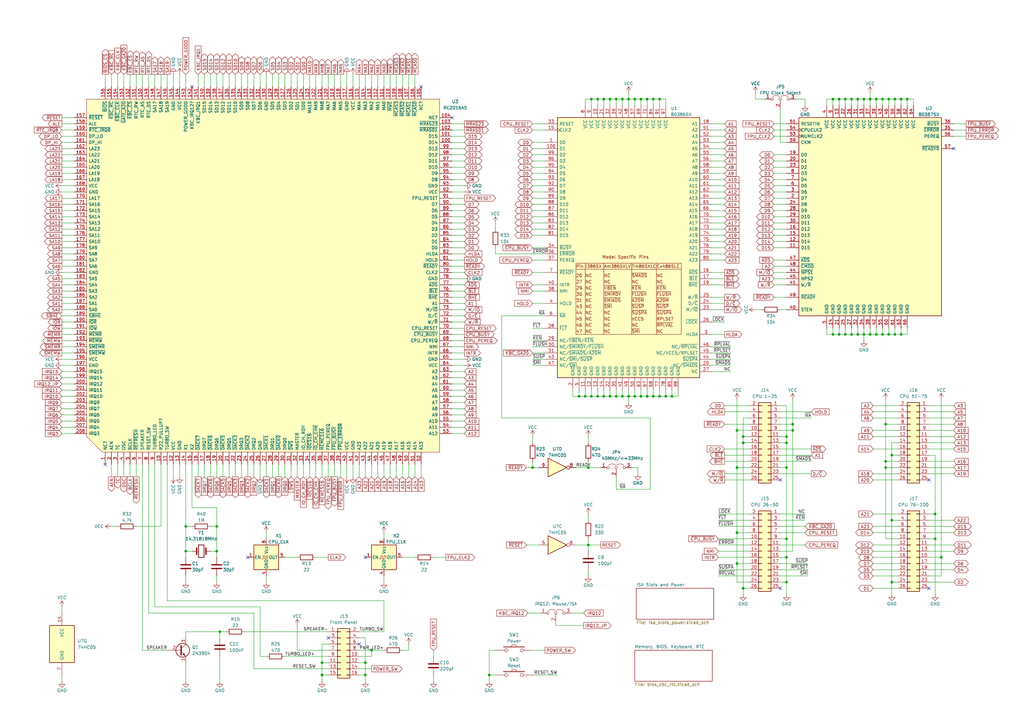
<source format=kicad_sch>
(kicad_sch (version 20211123) (generator eeschema)
  (paper "A3")
  (title_block (title "386SX Motherboard Based on SARC RC2016 Chipset") (date "2026-02-17") (rev "2.2") (company "Copyright (C) 2024-2026 Sergey Kiselev") (comment 1 "https://github.com/Marco-Both/M396F-Replika") (comment 2 "Based on the M396F motherboard replica by Marco Both:") (comment 3 "https://github.com/skiselev/mb386sx-rc2016") (comment 4 "Documentation and design files:"))
  (lib_symbols
    (symbol "74xx:74LS05" (pin_names (offset 1.016))
      (property "Reference" "U" (at 0 1.27 0))
      (property "Value" "74LS05" (at 0 -1.27 0))
      (symbol "74LS05_1_0"
        (pin input line (at -7.62 0 0) (length 3.81) (name "~") (number "1"))
        (pin open_collector inverted (at 7.62 0 180) (length 3.81) (name "~") (number "2"))
      )
      (symbol "74LS05_2_0"
        (pin input line (at -7.62 0 0) (length 3.81) (name "~") (number "3"))
        (pin open_collector inverted (at 7.62 0 180) (length 3.81) (name "~") (number "4"))
      )
      (symbol "74LS05_3_0"
        (pin input line (at -7.62 0 0) (length 3.81) (name "~") (number "5"))
        (pin open_collector inverted (at 7.62 0 180) (length 3.81) (name "~") (number "6"))
      )
      (symbol "74LS05_4_0"
        (pin open_collector inverted (at 7.62 0 180) (length 3.81) (name "~") (number "8"))
        (pin input line (at -7.62 0 0) (length 3.81) (name "~") (number "9"))
      )
      (symbol "74LS05_5_0"
        (pin open_collector inverted (at 7.62 0 180) (length 3.81) (name "~") (number "10"))
        (pin input line (at -7.62 0 0) (length 3.81) (name "~") (number "11"))
      )
      (symbol "74LS05_6_0"
        (pin open_collector inverted (at 7.62 0 180) (length 3.81) (name "~") (number "12"))
        (pin input line (at -7.62 0 0) (length 3.81) (name "~") (number "13"))
      )
      (symbol "74LS05_7_0"
        (pin power_in line (at 0 12.7 270) (length 5.08) (name "VCC") (number "14"))
        (pin power_in line (at 0 -12.7 90) (length 5.08) (name "GND") (number "7"))
      )
    )
    (symbol "Connector_Generic:Conn_02x08_Odd_Even" (pin_names (offset 1.016) hide)
      (property "Reference" "J" (at 1.27 10.16 0))
      (property "Value" "Conn_02x08_Odd_Even" (at 1.27 -12.7 0))
      (symbol "Conn_02x08_Odd_Even_1_1"
        (pin passive line (at -5.08 7.62 0) (length 3.81) (name "Pin_1") (number "1"))
        (pin passive line (at 7.62 -2.54 180) (length 3.81) (name "Pin_10") (number "10"))
        (pin passive line (at -5.08 -5.08 0) (length 3.81) (name "Pin_11") (number "11"))
        (pin passive line (at 7.62 -5.08 180) (length 3.81) (name "Pin_12") (number "12"))
        (pin passive line (at -5.08 -7.62 0) (length 3.81) (name "Pin_13") (number "13"))
        (pin passive line (at 7.62 -7.62 180) (length 3.81) (name "Pin_14") (number "14"))
        (pin passive line (at -5.08 -10.16 0) (length 3.81) (name "Pin_15") (number "15"))
        (pin passive line (at 7.62 -10.16 180) (length 3.81) (name "Pin_16") (number "16"))
        (pin passive line (at 7.62 7.62 180) (length 3.81) (name "Pin_2") (number "2"))
        (pin passive line (at -5.08 5.08 0) (length 3.81) (name "Pin_3") (number "3"))
        (pin passive line (at 7.62 5.08 180) (length 3.81) (name "Pin_4") (number "4"))
        (pin passive line (at -5.08 2.54 0) (length 3.81) (name "Pin_5") (number "5"))
        (pin passive line (at 7.62 2.54 180) (length 3.81) (name "Pin_6") (number "6"))
        (pin passive line (at -5.08 0 0) (length 3.81) (name "Pin_7") (number "7"))
        (pin passive line (at 7.62 0 180) (length 3.81) (name "Pin_8") (number "8"))
        (pin passive line (at -5.08 -2.54 0) (length 3.81) (name "Pin_9") (number "9"))
      )
    )
    (symbol "Connector_Generic:Conn_02x13_Odd_Even" (pin_names (offset 1.016) hide)
      (property "Reference" "J" (at 1.27 17.78 0))
      (property "Value" "Conn_02x13_Odd_Even" (at 1.27 -17.78 0))
      (symbol "Conn_02x13_Odd_Even_1_1"
        (pin passive line (at -5.08 15.24 0) (length 3.81) (name "Pin_1") (number "1"))
        (pin passive line (at 7.62 5.08 180) (length 3.81) (name "Pin_10") (number "10"))
        (pin passive line (at -5.08 2.54 0) (length 3.81) (name "Pin_11") (number "11"))
        (pin passive line (at 7.62 2.54 180) (length 3.81) (name "Pin_12") (number "12"))
        (pin passive line (at -5.08 0 0) (length 3.81) (name "Pin_13") (number "13"))
        (pin passive line (at 7.62 0 180) (length 3.81) (name "Pin_14") (number "14"))
        (pin passive line (at -5.08 -2.54 0) (length 3.81) (name "Pin_15") (number "15"))
        (pin passive line (at 7.62 -2.54 180) (length 3.81) (name "Pin_16") (number "16"))
        (pin passive line (at -5.08 -5.08 0) (length 3.81) (name "Pin_17") (number "17"))
        (pin passive line (at 7.62 -5.08 180) (length 3.81) (name "Pin_18") (number "18"))
        (pin passive line (at -5.08 -7.62 0) (length 3.81) (name "Pin_19") (number "19"))
        (pin passive line (at 7.62 15.24 180) (length 3.81) (name "Pin_2") (number "2"))
        (pin passive line (at 7.62 -7.62 180) (length 3.81) (name "Pin_20") (number "20"))
        (pin passive line (at -5.08 -10.16 0) (length 3.81) (name "Pin_21") (number "21"))
        (pin passive line (at 7.62 -10.16 180) (length 3.81) (name "Pin_22") (number "22"))
        (pin passive line (at -5.08 -12.7 0) (length 3.81) (name "Pin_23") (number "23"))
        (pin passive line (at 7.62 -12.7 180) (length 3.81) (name "Pin_24") (number "24"))
        (pin passive line (at -5.08 -15.24 0) (length 3.81) (name "Pin_25") (number "25"))
        (pin passive line (at 7.62 -15.24 180) (length 3.81) (name "Pin_26") (number "26"))
        (pin passive line (at -5.08 12.7 0) (length 3.81) (name "Pin_3") (number "3"))
        (pin passive line (at 7.62 12.7 180) (length 3.81) (name "Pin_4") (number "4"))
        (pin passive line (at -5.08 10.16 0) (length 3.81) (name "Pin_5") (number "5"))
        (pin passive line (at 7.62 10.16 180) (length 3.81) (name "Pin_6") (number "6"))
        (pin passive line (at -5.08 7.62 0) (length 3.81) (name "Pin_7") (number "7"))
        (pin passive line (at 7.62 7.62 180) (length 3.81) (name "Pin_8") (number "8"))
        (pin passive line (at -5.08 5.08 0) (length 3.81) (name "Pin_9") (number "9"))
      )
    )
    (symbol "Device:C" (pin_numbers hide) (pin_names (offset 0.254))
      (property "Reference" "C" (at 0.635 2.54 0))
      (property "Value" "C" (at 0.635 -2.54 0))
      (symbol "C_1_1"
        (pin passive line (at 0 3.81 270) (length 2.794) (name "~") (number "1"))
        (pin passive line (at 0 -3.81 90) (length 2.794) (name "~") (number "2"))
      )
    )
    (symbol "Device:Crystal" (pin_numbers hide) (pin_names (offset 1.016) hide)
      (property "Reference" "Y" (at 0 3.81 0))
      (property "Value" "Crystal" (at 0 -3.81 0))
      (symbol "Crystal_1_1"
        (pin passive line (at -3.81 0 0) (length 1.27) (name "1") (number "1"))
        (pin passive line (at 3.81 0 180) (length 1.27) (name "2") (number "2"))
      )
    )
    (symbol "Device:R" (pin_numbers hide) (pin_names (offset 0))
      (property "Reference" "R" (at 2.032 0 90))
      (property "Value" "R" (at 0 0 90))
      (symbol "R_1_1"
        (pin passive line (at 0 3.81 270) (length 1.27) (name "~") (number "1"))
        (pin passive line (at 0 -3.81 90) (length 1.27) (name "~") (number "2"))
      )
    )
    (symbol "Jumper:Jumper_3_Open" (pin_names (offset 0) hide)
      (property "Reference" "JP" (at -2.54 -2.54 0))
      (property "Value" "Jumper_3_Open" (at 0 2.794 0))
      (symbol "Jumper_3_Open_1_1"
        (pin passive line (at -6.35 0 0) (length 2.54) (name "A") (number "1"))
        (pin passive line (at 0 -3.81 90) (length 2.54) (name "C") (number "2"))
        (pin passive line (at 6.35 0 180) (length 2.54) (name "B") (number "3"))
      )
    )
    (symbol "Oscillator:CXO_DIP8" (pin_names (offset 0.254))
      (property "Reference" "X" (at -5.08 6.35 0))
      (property "Value" "CXO_DIP8" (at 1.27 -6.35 0))
      (symbol "CXO_DIP8_1_1"
        (pin input line (at -7.62 0 0) (length 2.54) (name "EN") (number "1"))
        (pin power_in line (at 0 -7.62 90) (length 2.54) (name "GND") (number "4"))
        (pin output line (at 7.62 0 180) (length 2.54) (name "OUT") (number "5"))
        (pin power_in line (at 0 7.62 270) (length 2.54) (name "Vcc") (number "8"))
      )
    )
    (symbol "Transistor_BJT:2N3904" (pin_names (offset 0) hide)
      (property "Reference" "Q" (at 5.08 1.905 0))
      (property "Value" "2N3904" (at 5.08 0 0))
      (symbol "2N3904_1_1"
        (pin passive line (at 2.54 -5.08 90) (length 2.54) (name "E") (number "1"))
        (pin passive line (at -5.08 0 0) (length 5.715) (name "B") (number "2"))
        (pin passive line (at 2.54 5.08 270) (length 2.54) (name "C") (number "3"))
      )
    )
    (symbol "my_components:386SX_Universal" (pin_names (offset 0.762))
      (property "Reference" "U" (at -29.21 46.99 0))
      (property "Value" "386SX_Universal" (at 16.51 46.99 0))
      (symbol "386SX_Universal_0_0"
        (text "20" (at -21.59 -19.05 0) (effects (font (size 1.27 1.27)) (justify left)))
        (text "27" (at -21.59 -21.59 0) (effects (font (size 1.27 1.27)) (justify left)))
        (text "29" (at -21.59 -24.13 0) (effects (font (size 1.27 1.27)) (justify left)))
        (text "30" (at -21.59 -26.67 0) (effects (font (size 1.27 1.27)) (justify left)))
        (text "31" (at -21.59 -29.21 0) (effects (font (size 1.27 1.27)) (justify left)))
        (text "43" (at -21.59 -31.75 0) (effects (font (size 1.27 1.27)) (justify left)))
        (text "44" (at -21.59 -34.29 0) (effects (font (size 1.27 1.27)) (justify left)))
        (text "45" (at -21.59 -36.83 0) (effects (font (size 1.27 1.27)) (justify left)))
        (text "46" (at -21.59 -39.37 0) (effects (font (size 1.27 1.27)) (justify left)))
        (text "47" (at -21.59 -41.91 0) (effects (font (size 1.27 1.27)) (justify left)))
        (text "Am386SXLV" (at -10.16 -15.24 0) (effects (font (size 1.27 1.27)) (justify left)))
        (text "Cx486SLC" (at 11.43 -15.24 0) (effects (font (size 1.27 1.27)) (justify left)))
        (text "i386SX" (at -17.78 -15.24 0) (effects (font (size 1.27 1.27)) (justify left)))
        (text "Model Specific Pins" (at -1.27 -11.43 0) (effects (font (size 1.27 1.27))))
        (text "NC" (at -17.78 -41.91 0) (effects (font (size 1.27 1.27)) (justify left)))
        (text "NC" (at -17.78 -39.37 0) (effects (font (size 1.27 1.27)) (justify left)))
        (text "NC" (at -17.78 -36.83 0) (effects (font (size 1.27 1.27)) (justify left)))
        (text "NC" (at -17.78 -34.29 0) (effects (font (size 1.27 1.27)) (justify left)))
        (text "NC" (at -17.78 -31.75 0) (effects (font (size 1.27 1.27)) (justify left)))
        (text "NC" (at -17.78 -29.21 0) (effects (font (size 1.27 1.27)) (justify left)))
        (text "NC" (at -17.78 -26.67 0) (effects (font (size 1.27 1.27)) (justify left)))
        (text "NC" (at -17.78 -24.13 0) (effects (font (size 1.27 1.27)) (justify left)))
        (text "NC" (at -17.78 -21.59 0) (effects (font (size 1.27 1.27)) (justify left)))
        (text "NC" (at -17.78 -19.05 0) (effects (font (size 1.27 1.27)) (justify left)))
        (text "NC" (at -10.16 -41.91 0) (effects (font (size 1.27 1.27)) (justify left)))
        (text "NC" (at -10.16 -39.37 0) (effects (font (size 1.27 1.27)) (justify left)))
        (text "NC" (at -10.16 -36.83 0) (effects (font (size 1.27 1.27)) (justify left)))
        (text "NC" (at -10.16 -34.29 0) (effects (font (size 1.27 1.27)) (justify left)))
        (text "NC" (at -10.16 -21.59 0) (effects (font (size 1.27 1.27)) (justify left)))
        (text "NC" (at -10.16 -19.05 0) (effects (font (size 1.27 1.27)) (justify left)))
        (text "NC" (at 1.27 -39.37 0) (effects (font (size 1.27 1.27)) (justify left)))
        (text "NC" (at 1.27 -21.59 0) (effects (font (size 1.27 1.27)) (justify left)))
        (text "NC" (at 11.43 -41.91 0) (effects (font (size 1.27 1.27)) (justify left)))
        (text "NC" (at 11.43 -21.59 0) (effects (font (size 1.27 1.27)) (justify left)))
        (text "NC" (at 11.43 -19.05 0) (effects (font (size 1.27 1.27)) (justify left)))
        (text "Pin" (at -21.59 -15.24 0) (effects (font (size 1.27 1.27)) (justify left)))
        (text "RPLSET" (at 11.43 -36.83 0) (effects (font (size 1.27 1.27)) (justify left)))
        (text "TI486SXLC" (at 1.27 -15.24 0) (effects (font (size 1.27 1.27)) (justify left)))
        (text "VCC5" (at 1.27 -36.83 0) (effects (font (size 1.27 1.27)) (justify left)))
        (text "~{A20M}" (at 1.27 -29.21 0) (effects (font (size 1.27 1.27)) (justify left)))
        (text "~{A20M}" (at 11.43 -29.21 0) (effects (font (size 1.27 1.27)) (justify left)))
        (text "~{FLUSH}" (at 1.27 -26.67 0) (effects (font (size 1.27 1.27)) (justify left)))
        (text "~{FLUSH}" (at 11.43 -26.67 0) (effects (font (size 1.27 1.27)) (justify left)))
        (text "~{IIBEN}" (at -10.16 -24.13 0) (effects (font (size 1.27 1.27)) (justify left)))
        (text "~{KEN}" (at 1.27 -24.13 0) (effects (font (size 1.27 1.27)) (justify left)))
        (text "~{KEN}" (at 11.43 -24.13 0) (effects (font (size 1.27 1.27)) (justify left)))
        (text "~{RPLVAL}" (at 11.43 -39.37 0) (effects (font (size 1.27 1.27)) (justify left)))
        (text "~{SMADS}" (at 1.27 -19.05 0) (effects (font (size 1.27 1.27)) (justify left)))
        (text "~{SMIADS}" (at -10.16 -29.21 0) (effects (font (size 1.27 1.27)) (justify left)))
        (text "~{SMIRDY}" (at -10.16 -26.67 0) (effects (font (size 1.27 1.27)) (justify left)))
        (text "~{SMI}" (at -10.16 -31.75 0) (effects (font (size 1.27 1.27)) (justify left)))
        (text "~{SMI}" (at 1.27 -41.91 0) (effects (font (size 1.27 1.27)) (justify left)))
        (text "~{SUSPA}" (at 1.27 -34.29 0) (effects (font (size 1.27 1.27)) (justify left)))
        (text "~{SUSPA}" (at 11.43 -34.29 0) (effects (font (size 1.27 1.27)) (justify left)))
        (text "~{SUSP}" (at 1.27 -31.75 0) (effects (font (size 1.27 1.27)) (justify left)))
        (text "~{SUSP}" (at 11.43 -31.75 0) (effects (font (size 1.27 1.27)) (justify left)))
      )
      (symbol "386SX_Universal_1_1"
        (pin tri_state line (at -34.29 35.56 0) (length 5.08) (name "D0") (number "1"))
        (pin power_in line (at -12.7 50.8 270) (length 5.08) (name "VCC") (number "10"))
        (pin tri_state line (at -34.29 33.02 0) (length 5.08) (name "D1") (number "100"))
        (pin power_in line (at -17.78 -66.04 90) (length 5.08) (name "GND") (number "11"))
        (pin power_in line (at -15.24 -66.04 90) (length 5.08) (name "GND") (number "12"))
        (pin power_in line (at -12.7 -66.04 90) (length 5.08) (name "GND") (number "13"))
        (pin power_in line (at -10.16 -66.04 90) (length 5.08) (name "GND") (number "14"))
        (pin input clock (at -34.29 40.64 0) (length 5.08) (name "CLK2") (number "15"))
        (pin output line (at 34.29 -17.78 180) (length 5.08) (name "~{ADS}") (number "16"))
        (pin output line (at 34.29 -20.32 180) (length 5.08) (name "~{BLE}") (number "17"))
        (pin tri_state line (at 34.29 43.18 180) (length 5.08) (name "A1") (number "18"))
        (pin output line (at 34.29 -22.86 180) (length 5.08) (name "~{BHE}") (number "19"))
        (pin power_in line (at -22.86 -66.04 90) (length 5.08) (name "GND") (number "2"))
        (pin output line (at 34.29 -55.88 180) (length 5.08) (name "NC/~{SMADS}") (number "20"))
        (pin power_in line (at -10.16 50.8 270) (length 5.08) (name "VCC") (number "21"))
        (pin power_in line (at -7.62 -66.04 90) (length 5.08) (name "GND") (number "22"))
        (pin output line (at 34.29 -33.02 180) (length 5.08) (name "M/~{IO}") (number "23"))
        (pin output line (at 34.29 -30.48 180) (length 5.08) (name "D/~{C}") (number "24"))
        (pin output line (at 34.29 -27.94 180) (length 5.08) (name "W/~{R}") (number "25"))
        (pin output line (at 34.29 -38.1 180) (length 5.08) (name "~{LOCK}") (number "26"))
        (pin passive line (at 34.29 -58.42 180) (length 5.08) (name "NC") (number "27"))
        (pin input line (at -34.29 -40.64 0) (length 5.08) (name "~{FLT}") (number "28"))
        (pin input line (at -34.29 -45.72 0) (length 5.08) (name "NC/~{IIBEN}/~{KEN}") (number "29"))
        (pin output line (at 34.29 -43.18 180) (length 5.08) (name "HLDA") (number "3"))
        (pin input line (at -34.29 -48.26 0) (length 5.08) (name "NC/~{SMIRDY}/~{FLUSH}") (number "30"))
        (pin input line (at -34.29 -50.8 0) (length 5.08) (name "NC/~{SMIADS}/~{A20M}") (number "31"))
        (pin power_in line (at -7.62 50.8 270) (length 5.08) (name "VCC") (number "32"))
        (pin input line (at -34.29 43.18 0) (length 5.08) (name "RESET") (number "33"))
        (pin input line (at -34.29 -7.62 0) (length 5.08) (name "~{BUSY}") (number "34"))
        (pin power_in line (at -5.08 -66.04 90) (length 5.08) (name "GND") (number "35"))
        (pin input line (at -34.29 -10.16 0) (length 5.08) (name "~{ERROR}") (number "36"))
        (pin input line (at -34.29 -12.7 0) (length 5.08) (name "PEREQ") (number "37"))
        (pin input line (at -34.29 -25.4 0) (length 5.08) (name "NMI") (number "38"))
        (pin power_in line (at -5.08 50.8 270) (length 5.08) (name "VCC") (number "39"))
        (pin input line (at -34.29 -30.48 0) (length 5.08) (name "HOLD") (number "4"))
        (pin input line (at -34.29 -22.86 0) (length 5.08) (name "INTR") (number "40"))
        (pin power_in line (at -2.54 -66.04 90) (length 5.08) (name "GND") (number "41"))
        (pin power_in line (at -2.54 50.8 270) (length 5.08) (name "VCC") (number "42"))
        (pin input line (at -34.29 -53.34 0) (length 5.08) (name "NC/~{SMI}/~{SUSP}") (number "43"))
        (pin output line (at 34.29 -53.34 180) (length 5.08) (name "~{SUSPA}") (number "44"))
        (pin output line (at 34.29 -50.8 180) (length 5.08) (name "NC/VCC5/RPLSET") (number "45"))
        (pin output line (at 34.29 -48.26 180) (length 5.08) (name "NC/~{RPLVAL}") (number "46"))
        (pin input line (at -34.29 -55.88 0) (length 5.08) (name "NC/~{SMI}") (number "47"))
        (pin power_in line (at 0 50.8 270) (length 5.08) (name "VCC") (number "48"))
        (pin power_in line (at 0 -66.04 90) (length 5.08) (name "GND") (number "49"))
        (pin power_in line (at -20.32 -66.04 90) (length 5.08) (name "GND") (number "5"))
        (pin power_in line (at 2.54 -66.04 90) (length 5.08) (name "GND") (number "50"))
        (pin tri_state line (at 34.29 40.64 180) (length 5.08) (name "A2") (number "51"))
        (pin tri_state line (at 34.29 38.1 180) (length 5.08) (name "A3") (number "52"))
        (pin tri_state line (at 34.29 35.56 180) (length 5.08) (name "A4") (number "53"))
        (pin tri_state line (at 34.29 33.02 180) (length 5.08) (name "A5") (number "54"))
        (pin tri_state line (at 34.29 30.48 180) (length 5.08) (name "A6") (number "55"))
        (pin tri_state line (at 34.29 27.94 180) (length 5.08) (name "A7") (number "56"))
        (pin power_in line (at 2.54 50.8 270) (length 5.08) (name "VCC") (number "57"))
        (pin tri_state line (at 34.29 25.4 180) (length 5.08) (name "A8") (number "58"))
        (pin tri_state line (at 34.29 22.86 180) (length 5.08) (name "A9") (number "59"))
        (pin input line (at -34.29 -35.56 0) (length 5.08) (name "~{NA}") (number "6"))
        (pin tri_state line (at 34.29 20.32 180) (length 5.08) (name "A10") (number "60"))
        (pin tri_state line (at 34.29 17.78 180) (length 5.08) (name "A11") (number "61"))
        (pin tri_state line (at 34.29 15.24 180) (length 5.08) (name "A12") (number "62"))
        (pin power_in line (at 5.08 -66.04 90) (length 5.08) (name "GND") (number "63"))
        (pin tri_state line (at 34.29 12.7 180) (length 5.08) (name "A13") (number "64"))
        (pin tri_state line (at 34.29 10.16 180) (length 5.08) (name "A14") (number "65"))
        (pin tri_state line (at 34.29 7.62 180) (length 5.08) (name "A15") (number "66"))
        (pin power_in line (at 7.62 -66.04 90) (length 5.08) (name "GND") (number "67"))
        (pin power_in line (at 10.16 -66.04 90) (length 5.08) (name "GND") (number "68"))
        (pin power_in line (at 5.08 50.8 270) (length 5.08) (name "VCC") (number "69"))
        (pin input line (at -34.29 -17.78 0) (length 5.08) (name "~{READY}") (number "7"))
        (pin tri_state line (at 34.29 5.08 180) (length 5.08) (name "A16") (number "70"))
        (pin power_in line (at 7.62 50.8 270) (length 5.08) (name "VCC") (number "71"))
        (pin tri_state line (at 34.29 2.54 180) (length 5.08) (name "A17") (number "72"))
        (pin tri_state line (at 34.29 0 180) (length 5.08) (name "A18") (number "73"))
        (pin tri_state line (at 34.29 -2.54 180) (length 5.08) (name "A19") (number "74"))
        (pin tri_state line (at 34.29 -5.08 180) (length 5.08) (name "A20") (number "75"))
        (pin tri_state line (at 34.29 -7.62 180) (length 5.08) (name "A21") (number "76"))
        (pin power_in line (at 12.7 -66.04 90) (length 5.08) (name "GND") (number "77"))
        (pin power_in line (at 15.24 -66.04 90) (length 5.08) (name "GND") (number "78"))
        (pin tri_state line (at 34.29 -10.16 180) (length 5.08) (name "A22") (number "79"))
        (pin power_in line (at -17.78 50.8 270) (length 5.08) (name "VCC") (number "8"))
        (pin tri_state line (at 34.29 -12.7 180) (length 5.08) (name "A23") (number "80"))
        (pin tri_state line (at -34.29 -2.54 0) (length 5.08) (name "D15") (number "81"))
        (pin tri_state line (at -34.29 0 0) (length 5.08) (name "D14") (number "82"))
        (pin tri_state line (at -34.29 2.54 0) (length 5.08) (name "D13") (number "83"))
        (pin power_in line (at 10.16 50.8 270) (length 5.08) (name "VCC") (number "84"))
        (pin power_in line (at 17.78 -66.04 90) (length 5.08) (name "GND") (number "85"))
        (pin tri_state line (at -34.29 5.08 0) (length 5.08) (name "D12") (number "86"))
        (pin tri_state line (at -34.29 7.62 0) (length 5.08) (name "D11") (number "87"))
        (pin tri_state line (at -34.29 10.16 0) (length 5.08) (name "D10") (number "88"))
        (pin tri_state line (at -34.29 12.7 0) (length 5.08) (name "D9") (number "89"))
        (pin power_in line (at -15.24 50.8 270) (length 5.08) (name "VCC") (number "9"))
        (pin tri_state line (at -34.29 15.24 0) (length 5.08) (name "D8") (number "90"))
        (pin power_in line (at 12.7 50.8 270) (length 5.08) (name "VCC") (number "91"))
        (pin tri_state line (at -34.29 17.78 0) (length 5.08) (name "D7") (number "92"))
        (pin tri_state line (at -34.29 20.32 0) (length 5.08) (name "D6") (number "93"))
        (pin tri_state line (at -34.29 22.86 0) (length 5.08) (name "D5") (number "94"))
        (pin tri_state line (at -34.29 25.4 0) (length 5.08) (name "D4") (number "95"))
        (pin tri_state line (at -34.29 27.94 0) (length 5.08) (name "D3") (number "96"))
        (pin power_in line (at 15.24 50.8 270) (length 5.08) (name "VCC") (number "97"))
        (pin power_in line (at 20.32 -66.04 90) (length 5.08) (name "GND") (number "98"))
        (pin tri_state line (at -34.29 30.48 0) (length 5.08) (name "D2") (number "99"))
      )
    )
    (symbol "my_components:80387SX" (pin_names (offset 0.762))
      (property "Reference" "U" (at -29.21 46.99 0))
      (property "Value" "80387SX" (at 19.05 46.99 0))
      (symbol "80387SX_1_1"
        (pin no_connect line (at 34.29 17.78 180) (length 5.08) hide (name "NC") (number "1"))
        (pin no_connect line (at 34.29 15.24 180) (length 5.08) hide (name "NC") (number "10"))
        (pin tri_state line (at -34.29 -7.62 0) (length 5.08) (name "D15") (number "11"))
        (pin tri_state line (at -34.29 -5.08 0) (length 5.08) (name "D14") (number "12"))
        (pin power_in line (at -12.7 50.8 270) (length 5.08) (name "VCC") (number "13"))
        (pin power_in line (at -15.24 -40.64 90) (length 5.08) (name "GND") (number "14"))
        (pin tri_state line (at -34.29 -2.54 0) (length 5.08) (name "D13") (number "15"))
        (pin tri_state line (at -34.29 0 0) (length 5.08) (name "D12") (number "16"))
        (pin no_connect line (at 34.29 12.7 180) (length 5.08) hide (name "NC") (number "17"))
        (pin no_connect line (at 34.29 10.16 180) (length 5.08) hide (name "NC") (number "18"))
        (pin tri_state line (at -34.29 30.48 0) (length 5.08) (name "D0") (number "19"))
        (pin tri_state line (at -34.29 12.7 0) (length 5.08) (name "D7") (number "2"))
        (pin tri_state line (at -34.29 27.94 0) (length 5.08) (name "D1") (number "20"))
        (pin power_in line (at -12.7 -40.64 90) (length 5.08) (name "GND") (number "21"))
        (pin power_in line (at -10.16 50.8 270) (length 5.08) (name "VCC") (number "22"))
        (pin tri_state line (at -34.29 25.4 0) (length 5.08) (name "D2") (number "23"))
        (pin tri_state line (at -34.29 10.16 0) (length 5.08) (name "D8") (number "24"))
        (pin power_in line (at -10.16 -40.64 90) (length 5.08) (name "GND") (number "25"))
        (pin power_in line (at -7.62 50.8 270) (length 5.08) (name "VCC") (number "26"))
        (pin power_in line (at -7.62 -40.64 90) (length 5.08) (name "GND") (number "27"))
        (pin tri_state line (at -34.29 7.62 0) (length 5.08) (name "D9") (number "28"))
        (pin tri_state line (at -34.29 5.08 0) (length 5.08) (name "D10") (number "29"))
        (pin tri_state line (at -34.29 15.24 0) (length 5.08) (name "D6") (number "3"))
        (pin tri_state line (at -34.29 2.54 0) (length 5.08) (name "D11") (number "30"))
        (pin power_in line (at -5.08 50.8 270) (length 5.08) (name "VCC") (number "31"))
        (pin power_in line (at -5.08 -40.64 90) (length 5.08) (name "GND") (number "32"))
        (pin power_in line (at -2.54 50.8 270) (length 5.08) (name "VCC") (number "33"))
        (pin power_in line (at -2.54 -40.64 90) (length 5.08) (name "GND") (number "34"))
        (pin output line (at 34.29 40.64 180) (length 5.08) (name "~{ERROR}") (number "35"))
        (pin output line (at 34.29 43.18 180) (length 5.08) (name "~{BUSY}") (number "36"))
        (pin power_in line (at 0 50.8 270) (length 5.08) (name "VCC") (number "37"))
        (pin power_in line (at 0 -40.64 90) (length 5.08) (name "GND") (number "38"))
        (pin power_in line (at 2.54 50.8 270) (length 5.08) (name "VCC") (number "39"))
        (pin power_in line (at -17.78 50.8 270) (length 5.08) (name "VCC") (number "4"))
        (pin input line (at -34.29 -33.02 0) (length 5.08) (name "STEN") (number "40"))
        (pin input line (at -34.29 -22.86 0) (length 5.08) (name "W/~{R}") (number "41"))
        (pin power_in line (at 2.54 -40.64 90) (length 5.08) (name "GND") (number "42"))
        (pin power_in line (at 5.08 50.8 270) (length 5.08) (name "VCC") (number "43"))
        (pin input line (at -34.29 -17.78 0) (length 5.08) (name "~{NPS1}") (number "44"))
        (pin input line (at -34.29 -20.32 0) (length 5.08) (name "NPS2") (number "45"))
        (pin power_in line (at 7.62 50.8 270) (length 5.08) (name "VCC") (number "46"))
        (pin input line (at -34.29 -12.7 0) (length 5.08) (name "~{ADS}") (number "47"))
        (pin input line (at -34.29 -15.24 0) (length 5.08) (name "~{CMD0}") (number "48"))
        (pin input line (at -34.29 -27.94 0) (length 5.08) (name "~{READY}") (number "49"))
        (pin power_in line (at -17.78 -40.64 90) (length 5.08) (name "GND") (number "5"))
        (pin power_in line (at 10.16 50.8 270) (length 5.08) (name "VCC") (number "50"))
        (pin input line (at -34.29 43.18 0) (length 5.08) (name "RESETIN") (number "51"))
        (pin no_connect line (at 34.29 7.62 180) (length 5.08) hide (name "NC") (number "52"))
        (pin input clock (at -34.29 38.1 0) (length 5.08) (name "NUMCLK2") (number "53"))
        (pin input clock (at -34.29 40.64 0) (length 5.08) (name "CPUCLK2") (number "54"))
        (pin power_in line (at 5.08 -40.64 90) (length 5.08) (name "GND") (number "55"))
        (pin output line (at 34.29 38.1 180) (length 5.08) (name "PEREQ") (number "56"))
        (pin output line (at 34.29 33.02 180) (length 5.08) (name "~{READY0}") (number "57"))
        (pin power_in line (at 12.7 50.8 270) (length 5.08) (name "VCC") (number "58"))
        (pin input line (at -34.29 35.56 0) (length 5.08) (name "CKM") (number "59"))
        (pin tri_state line (at -34.29 17.78 0) (length 5.08) (name "D5") (number "6"))
        (pin power_in line (at 7.62 -40.64 90) (length 5.08) (name "GND") (number "60"))
        (pin power_in line (at 10.16 -40.64 90) (length 5.08) (name "GND") (number "61"))
        (pin power_in line (at 15.24 50.8 270) (length 5.08) (name "VCC") (number "62"))
        (pin power_in line (at 12.7 -40.64 90) (length 5.08) (name "GND") (number "63"))
        (pin power_in line (at 17.78 50.8 270) (length 5.08) (name "VCC") (number "64"))
        (pin no_connect line (at 34.29 5.08 180) (length 5.08) hide (name "NC") (number "65"))
        (pin power_in line (at 15.24 -40.64 90) (length 5.08) (name "GND") (number "66"))
        (pin no_connect line (at 34.29 2.54 180) (length 5.08) hide (name "NC") (number "67"))
        (pin no_connect line (at 34.29 0 180) (length 5.08) hide (name "NC") (number "68"))
        (pin tri_state line (at -34.29 20.32 0) (length 5.08) (name "D4") (number "7"))
        (pin tri_state line (at -34.29 22.86 0) (length 5.08) (name "D3") (number "8"))
        (pin power_in line (at -15.24 50.8 270) (length 5.08) (name "VCC") (number "9"))
      )
    )
    (symbol "my_components:RC2016A5" (pin_names (offset 0.762))
      (property "Reference" "U" (at 0 0 0))
      (property "Value" "RC2016A5" (at 0 -2.54 0))
      (symbol "RC2016A5_1_1"
        (pin passive line (at -64.77 -77.47 90) (length 5.08) (name "NC?") (number "1"))
        (pin input line (at -41.91 -77.47 90) (length 5.08) (name "R22_PULLUP?") (number "10"))
        (pin tri_state line (at 77.47 54.61 180) (length 5.08) (name "D14") (number "100"))
        (pin tri_state line (at 77.47 57.15 180) (length 5.08) (name "D15") (number "101"))
        (pin output line (at 77.47 59.69 180) (length 5.08) (name "~{MRAS01}") (number "102"))
        (pin output line (at 77.47 62.23 180) (length 5.08) (name "~{MRAS23}") (number "103"))
        (pin passive line (at 77.47 64.77 180) (length 5.08) (name "NC?") (number "104"))
        (pin passive line (at 64.77 77.47 270) (length 5.08) (name "NC?") (number "105"))
        (pin output line (at 62.23 77.47 270) (length 5.08) (name "~{MCAS0}") (number "106"))
        (pin output line (at 59.69 77.47 270) (length 5.08) (name "~{MCAS1}") (number "107"))
        (pin output line (at 57.15 77.47 270) (length 5.08) (name "~{MCAS2}") (number "108"))
        (pin output line (at 54.61 77.47 270) (length 5.08) (name "~{MCAS3}") (number "109"))
        (pin input line (at -39.37 -77.47 90) (length 5.08) (name "TURBO_SW") (number "11"))
        (pin output line (at 52.07 77.47 270) (length 5.08) (name "~{MWE}") (number "110"))
        (pin output line (at 49.53 77.47 270) (length 5.08) (name "MA0") (number "111"))
        (pin output line (at 46.99 77.47 270) (length 5.08) (name "MA1") (number "112"))
        (pin output line (at 44.45 77.47 270) (length 5.08) (name "MA2") (number "113"))
        (pin output line (at 41.91 77.47 270) (length 5.08) (name "MA3") (number "114"))
        (pin output line (at 39.37 77.47 270) (length 5.08) (name "MA4") (number "115"))
        (pin power_in line (at 36.83 77.47 270) (length 5.08) (name "VCC") (number "116"))
        (pin power_in line (at 34.29 77.47 270) (length 5.08) (name "GND") (number "117"))
        (pin output line (at 31.75 77.47 270) (length 5.08) (name "MA5") (number "118"))
        (pin output line (at 29.21 77.47 270) (length 5.08) (name "MA6") (number "119"))
        (pin power_in line (at -36.83 -77.47 90) (length 5.08) (name "VCC") (number "12"))
        (pin output line (at 26.67 77.47 270) (length 5.08) (name "MA7") (number "120"))
        (pin output line (at 24.13 77.47 270) (length 5.08) (name "MA8") (number "121"))
        (pin output line (at 21.59 77.47 270) (length 5.08) (name "MA9") (number "122"))
        (pin output line (at 19.05 77.47 270) (length 5.08) (name "MA10") (number "123"))
        (pin tri_state line (at 16.51 77.47 270) (length 5.08) (name "SD0") (number "124"))
        (pin tri_state line (at 13.97 77.47 270) (length 5.08) (name "SD1") (number "125"))
        (pin tri_state line (at 11.43 77.47 270) (length 5.08) (name "SD2") (number "126"))
        (pin tri_state line (at 8.89 77.47 270) (length 5.08) (name "SD3") (number "127"))
        (pin tri_state line (at 6.35 77.47 270) (length 5.08) (name "SD4") (number "128"))
        (pin tri_state line (at 3.81 77.47 270) (length 5.08) (name "SD5") (number "129"))
        (pin power_in line (at -34.29 -77.47 90) (length 5.08) (name "GND") (number "13"))
        (pin power_in line (at 1.27 77.47 270) (length 5.08) (name "GND") (number "130"))
        (pin tri_state line (at -1.27 77.47 270) (length 5.08) (name "SD6") (number "131"))
        (pin tri_state line (at -3.81 77.47 270) (length 5.08) (name "SD7") (number "132"))
        (pin tri_state line (at -6.35 77.47 270) (length 5.08) (name "SD8") (number "133"))
        (pin tri_state line (at -8.89 77.47 270) (length 5.08) (name "SD9") (number "134"))
        (pin tri_state line (at -11.43 77.47 270) (length 5.08) (name "SD10") (number "135"))
        (pin tri_state line (at -13.97 77.47 270) (length 5.08) (name "SD11") (number "136"))
        (pin tri_state line (at -16.51 77.47 270) (length 5.08) (name "SD12") (number "137"))
        (pin tri_state line (at -19.05 77.47 270) (length 5.08) (name "SD13") (number "138"))
        (pin tri_state line (at -21.59 77.47 270) (length 5.08) (name "SD14") (number "139"))
        (pin input line (at -31.75 -77.47 90) (length 5.08) (name "X1") (number "14"))
        (pin tri_state line (at -24.13 77.47 270) (length 5.08) (name "SD15") (number "140"))
        (pin input line (at -26.67 77.47 270) (length 5.08) (name "KBC_IRQ1") (number "141"))
        (pin input line (at -29.21 77.47 270) (length 5.08) (name "KBC_IRQ12?") (number "142"))
        (pin input line (at -31.75 77.47 270) (length 5.08) (name "POWER_GOOD") (number "143"))
        (pin power_in line (at -34.29 77.47 270) (length 5.08) (name "VCC") (number "144"))
        (pin power_in line (at -36.83 77.47 270) (length 5.08) (name "GND") (number "145"))
        (pin output line (at -39.37 77.47 270) (length 5.08) (name "SA19") (number "146"))
        (pin output line (at -41.91 77.47 270) (length 5.08) (name "SA18") (number "147"))
        (pin output line (at -44.45 77.47 270) (length 5.08) (name "SA17") (number "148"))
        (pin output line (at -46.99 77.47 270) (length 5.08) (name "RTC_DS") (number "149"))
        (pin output line (at -29.21 -77.47 90) (length 5.08) (name "X2") (number "15"))
        (pin output line (at -49.53 77.47 270) (length 5.08) (name "RTC_AS") (number "150"))
        (pin output line (at -52.07 77.47 270) (length 5.08) (name "RTC_RW") (number "151"))
        (pin passive line (at -54.61 77.47 270) (length 5.08) (name "~{KBC_CS}") (number "152"))
        (pin input line (at -57.15 77.47 270) (length 5.08) (name "~{GATE_A20}") (number "153"))
        (pin output line (at -59.69 77.47 270) (length 5.08) (name "~{KBC_CLK}") (number "154"))
        (pin input line (at -62.23 77.47 270) (length 5.08) (name "~{KBC_RC}") (number "155"))
        (pin output line (at -64.77 77.47 270) (length 5.08) (name "~{BIOS}") (number "156"))
        (pin output line (at -77.47 64.77 0) (length 5.08) (name "~{RESET}") (number "157"))
        (pin output line (at -77.47 62.23 0) (length 5.08) (name "ALE") (number "158"))
        (pin input line (at -77.47 59.69 0) (length 5.08) (name "~{RTC_IRQ8}") (number "159"))
        (pin output line (at -26.67 -77.47 90) (length 5.08) (name "~{DACK7}") (number "16"))
        (pin tri_state line (at -77.47 57.15 0) (length 5.08) (name "DP_LO") (number "160"))
        (pin tri_state line (at -77.47 54.61 0) (length 5.08) (name "DP_HI") (number "161"))
        (pin output line (at -77.47 52.07 0) (length 5.08) (name "LA23") (number "162"))
        (pin output line (at -77.47 49.53 0) (length 5.08) (name "LA22") (number "163"))
        (pin output line (at -77.47 46.99 0) (length 5.08) (name "LA21") (number "164"))
        (pin output line (at -77.47 44.45 0) (length 5.08) (name "LA20") (number "165"))
        (pin output line (at -77.47 41.91 0) (length 5.08) (name "LA19") (number "166"))
        (pin output line (at -77.47 39.37 0) (length 5.08) (name "LA18") (number "167"))
        (pin power_in line (at -77.47 36.83 0) (length 5.08) (name "VCC") (number "168"))
        (pin power_in line (at -77.47 34.29 0) (length 5.08) (name "GND") (number "169"))
        (pin open_collector line (at -24.13 -77.47 90) (length 5.08) (name "DRQ7") (number "17"))
        (pin output line (at -77.47 31.75 0) (length 5.08) (name "LA17") (number "170"))
        (pin output line (at -77.47 29.21 0) (length 5.08) (name "SA16") (number "171"))
        (pin output line (at -77.47 26.67 0) (length 5.08) (name "SA15") (number "172"))
        (pin output line (at -77.47 24.13 0) (length 5.08) (name "SA14") (number "173"))
        (pin output line (at -77.47 21.59 0) (length 5.08) (name "SA13") (number "174"))
        (pin output line (at -77.47 19.05 0) (length 5.08) (name "SA12") (number "175"))
        (pin output line (at -77.47 16.51 0) (length 5.08) (name "SA11") (number "176"))
        (pin output line (at -77.47 13.97 0) (length 5.08) (name "SA10") (number "177"))
        (pin output line (at -77.47 11.43 0) (length 5.08) (name "SA9") (number "178"))
        (pin output line (at -77.47 8.89 0) (length 5.08) (name "SA8") (number "179"))
        (pin output line (at -21.59 -77.47 90) (length 5.08) (name "~{DACK6}") (number "18"))
        (pin output line (at -77.47 6.35 0) (length 5.08) (name "SA7") (number "180"))
        (pin output line (at -77.47 3.81 0) (length 5.08) (name "SA6") (number "181"))
        (pin power_in line (at -77.47 1.27 0) (length 5.08) (name "GND") (number "182"))
        (pin output line (at -77.47 -1.27 0) (length 5.08) (name "SA5") (number "183"))
        (pin output line (at -77.47 -3.81 0) (length 5.08) (name "SA4") (number "184"))
        (pin output line (at -77.47 -6.35 0) (length 5.08) (name "SA3") (number "185"))
        (pin output line (at -77.47 -8.89 0) (length 5.08) (name "SA2") (number "186"))
        (pin output line (at -77.47 -11.43 0) (length 5.08) (name "SA1") (number "187"))
        (pin output line (at -77.47 -13.97 0) (length 5.08) (name "SA0") (number "188"))
        (pin open_collector line (at -77.47 -16.51 0) (length 5.08) (name "~{SBHE}") (number "189"))
        (pin open_collector line (at -19.05 -77.47 90) (length 5.08) (name "DRQ6") (number "19"))
        (pin output line (at -77.47 -19.05 0) (length 5.08) (name "~{IOR}") (number "190"))
        (pin output line (at -77.47 -21.59 0) (length 5.08) (name "~{IOW}") (number "191"))
        (pin output line (at -77.47 -24.13 0) (length 5.08) (name "~{MEMR}") (number "192"))
        (pin output line (at -77.47 -26.67 0) (length 5.08) (name "~{MEMW}") (number "193"))
        (pin output line (at -77.47 -29.21 0) (length 5.08) (name "~{SMEMR}") (number "194"))
        (pin output line (at -77.47 -31.75 0) (length 5.08) (name "~{SMEMW}") (number "195"))
        (pin power_in line (at -77.47 -34.29 0) (length 5.08) (name "VCC") (number "196"))
        (pin power_in line (at -77.47 -36.83 0) (length 5.08) (name "GND") (number "197"))
        (pin open_collector line (at -77.47 -39.37 0) (length 5.08) (name "IRQ15") (number "198"))
        (pin open_collector line (at -77.47 -41.91 0) (length 5.08) (name "IRQ14") (number "199"))
        (pin output line (at -62.23 -77.47 90) (length 5.08) (name "AEN") (number "2"))
        (pin output line (at -16.51 -77.47 90) (length 5.08) (name "~{DACK5}") (number "20"))
        (pin open_collector line (at -77.47 -44.45 0) (length 5.08) (name "IRQ12") (number "200"))
        (pin open_collector line (at -77.47 -46.99 0) (length 5.08) (name "IRQ11") (number "201"))
        (pin open_collector line (at -77.47 -49.53 0) (length 5.08) (name "IRQ10") (number "202"))
        (pin open_collector line (at -77.47 -52.07 0) (length 5.08) (name "IRQ9") (number "203"))
        (pin open_collector line (at -77.47 -54.61 0) (length 5.08) (name "IRQ7") (number "204"))
        (pin open_collector line (at -77.47 -57.15 0) (length 5.08) (name "IRQ6") (number "205"))
        (pin open_collector line (at -77.47 -59.69 0) (length 5.08) (name "IRQ5") (number "206"))
        (pin open_collector line (at -77.47 -62.23 0) (length 5.08) (name "IRQ4") (number "207"))
        (pin open_collector line (at -77.47 -64.77 0) (length 5.08) (name "IRQ3") (number "208"))
        (pin open_collector line (at -13.97 -77.47 90) (length 5.08) (name "DRQ5") (number "21"))
        (pin output line (at -11.43 -77.47 90) (length 5.08) (name "~{DACK3}") (number "22"))
        (pin open_collector line (at -8.89 -77.47 90) (length 5.08) (name "DRQ3") (number "23"))
        (pin output line (at -6.35 -77.47 90) (length 5.08) (name "~{DACK2}") (number "24"))
        (pin open_collector line (at -3.81 -77.47 90) (length 5.08) (name "DRQ2") (number "25"))
        (pin power_in line (at -1.27 -77.47 90) (length 5.08) (name "GND") (number "26"))
        (pin output line (at 1.27 -77.47 90) (length 5.08) (name "~{DACK1}") (number "27"))
        (pin open_collector line (at 3.81 -77.47 90) (length 5.08) (name "DRQ1") (number "28"))
        (pin output line (at 6.35 -77.47 90) (length 5.08) (name "~{DACK0}") (number "29"))
        (pin output line (at -59.69 -77.47 90) (length 5.08) (name "TC") (number "3"))
        (pin open_collector line (at 8.89 -77.47 90) (length 5.08) (name "DRQ0") (number "30"))
        (pin input line (at 11.43 -77.47 90) (length 5.08) (name "~{0WS}") (number "31"))
        (pin input line (at 13.97 -77.47 90) (length 5.08) (name "MASTER") (number "32"))
        (pin input line (at 16.51 -77.47 90) (length 5.08) (name "IO_CH_RDY") (number "33"))
        (pin input line (at 19.05 -77.47 90) (length 5.08) (name "~{IOCS16}") (number "34"))
        (pin input line (at 21.59 -77.47 90) (length 5.08) (name "~{IO_CH_CHK}") (number "35"))
        (pin input line (at 24.13 -77.47 90) (length 5.08) (name "~{MEMCS16}") (number "36"))
        (pin input line (at 26.67 -77.47 90) (length 5.08) (name "FPU_PEREQ") (number "37"))
        (pin input line (at 29.21 -77.47 90) (length 5.08) (name "~{FPU_BUSY}") (number "38"))
        (pin input line (at 31.75 -77.47 90) (length 5.08) (name "~{FPU_ERROR}") (number "39"))
        (pin output line (at -57.15 -77.47 90) (length 5.08) (name "OSC") (number "4"))
        (pin power_in line (at 34.29 -77.47 90) (length 5.08) (name "VCC") (number "40"))
        (pin power_in line (at 36.83 -77.47 90) (length 5.08) (name "GND") (number "41"))
        (pin input line (at 39.37 -77.47 90) (length 5.08) (name "A23") (number "42"))
        (pin input line (at 41.91 -77.47 90) (length 5.08) (name "A22") (number "43"))
        (pin input line (at 44.45 -77.47 90) (length 5.08) (name "A21") (number "44"))
        (pin input line (at 46.99 -77.47 90) (length 5.08) (name "A20") (number "45"))
        (pin input line (at 49.53 -77.47 90) (length 5.08) (name "A19") (number "46"))
        (pin input line (at 52.07 -77.47 90) (length 5.08) (name "A18") (number "47"))
        (pin input line (at 54.61 -77.47 90) (length 5.08) (name "A17") (number "48"))
        (pin input line (at 57.15 -77.47 90) (length 5.08) (name "A16") (number "49"))
        (pin output line (at -54.61 -77.47 90) (length 5.08) (name "BCLK") (number "5"))
        (pin input line (at 59.69 -77.47 90) (length 5.08) (name "A15") (number "50"))
        (pin input line (at 62.23 -77.47 90) (length 5.08) (name "A14") (number "51"))
        (pin input line (at 64.77 -77.47 90) (length 5.08) (name "A13") (number "52"))
        (pin input line (at 77.47 -64.77 180) (length 5.08) (name "A12") (number "53"))
        (pin input line (at 77.47 -62.23 180) (length 5.08) (name "A11") (number "54"))
        (pin input line (at 77.47 -59.69 180) (length 5.08) (name "A10") (number "55"))
        (pin input line (at 77.47 -57.15 180) (length 5.08) (name "A9") (number "56"))
        (pin input line (at 77.47 -54.61 180) (length 5.08) (name "A8") (number "57"))
        (pin input line (at 77.47 -52.07 180) (length 5.08) (name "A7") (number "58"))
        (pin input line (at 77.47 -49.53 180) (length 5.08) (name "A6") (number "59"))
        (pin output line (at -52.07 -77.47 90) (length 5.08) (name "~{REFRESH}") (number "6"))
        (pin input line (at 77.47 -46.99 180) (length 5.08) (name "A5") (number "60"))
        (pin input line (at 77.47 -44.45 180) (length 5.08) (name "A4") (number "61"))
        (pin input line (at 77.47 -41.91 180) (length 5.08) (name "A3") (number "62"))
        (pin input line (at 77.47 -39.37 180) (length 5.08) (name "A2") (number "63"))
        (pin power_in line (at 77.47 -36.83 180) (length 5.08) (name "VCC") (number "64"))
        (pin power_in line (at 77.47 -34.29 180) (length 5.08) (name "GND") (number "65"))
        (pin output line (at 77.47 -31.75 180) (length 5.08) (name "INTR") (number "66"))
        (pin output line (at 77.47 -29.21 180) (length 5.08) (name "NMI") (number "67"))
        (pin output line (at 77.47 -26.67 180) (length 5.08) (name "CPU_PEREQ") (number "68"))
        (pin output line (at 77.47 -24.13 180) (length 5.08) (name "~{CPU_BUSY}") (number "69"))
        (pin output line (at -49.53 -77.47 90) (length 5.08) (name "SPEAKER") (number "7"))
        (pin output line (at 77.47 -21.59 180) (length 5.08) (name "CPU_RESET") (number "70"))
        (pin input line (at 77.47 -19.05 180) (length 5.08) (name "W/~{R}") (number "71"))
        (pin input line (at 77.47 -16.51 180) (length 5.08) (name "D/~{C}") (number "72"))
        (pin input line (at 77.47 -13.97 180) (length 5.08) (name "M/~{IO}") (number "73"))
        (pin input line (at 77.47 -11.43 180) (length 5.08) (name "A1") (number "74"))
        (pin input line (at 77.47 -8.89 180) (length 5.08) (name "~{BHE}") (number "75"))
        (pin input line (at 77.47 -6.35 180) (length 5.08) (name "~{BLE}") (number "76"))
        (pin input line (at 77.47 -3.81 180) (length 5.08) (name "~{ADS}") (number "77"))
        (pin power_in line (at 77.47 -1.27 180) (length 5.08) (name "GND") (number "78"))
        (pin output line (at 77.47 1.27 180) (length 5.08) (name "CLK2") (number "79"))
        (pin input line (at -46.99 -77.47 90) (length 5.08) (name "RESET_SW") (number "8"))
        (pin output line (at 77.47 3.81 180) (length 5.08) (name "~{READY}") (number "80"))
        (pin output line (at 77.47 6.35 180) (length 5.08) (name "HOLD") (number "81"))
        (pin input line (at 77.47 8.89 180) (length 5.08) (name "HLDA") (number "82"))
        (pin tri_state line (at 77.47 11.43 180) (length 5.08) (name "D0") (number "83"))
        (pin tri_state line (at 77.47 13.97 180) (length 5.08) (name "D1") (number "84"))
        (pin tri_state line (at 77.47 16.51 180) (length 5.08) (name "D2") (number "85"))
        (pin tri_state line (at 77.47 19.05 180) (length 5.08) (name "D3") (number "86"))
        (pin tri_state line (at 77.47 21.59 180) (length 5.08) (name "D4") (number "87"))
        (pin tri_state line (at 77.47 24.13 180) (length 5.08) (name "D5") (number "88"))
        (pin tri_state line (at 77.47 26.67 180) (length 5.08) (name "D6") (number "89"))
        (pin output line (at -44.45 -77.47 90) (length 5.08) (name "TURBO_LED") (number "9"))
        (pin tri_state line (at 77.47 29.21 180) (length 5.08) (name "D7") (number "90"))
        (pin output line (at 77.47 31.75 180) (length 5.08) (name "FPU_RESET") (number "91"))
        (pin power_in line (at 77.47 34.29 180) (length 5.08) (name "VCC") (number "92"))
        (pin power_in line (at 77.47 36.83 180) (length 5.08) (name "GND") (number "93"))
        (pin tri_state line (at 77.47 39.37 180) (length 5.08) (name "D8") (number "94"))
        (pin tri_state line (at 77.47 41.91 180) (length 5.08) (name "D9") (number "95"))
        (pin tri_state line (at 77.47 44.45 180) (length 5.08) (name "D10") (number "96"))
        (pin tri_state line (at 77.47 46.99 180) (length 5.08) (name "D11") (number "97"))
        (pin tri_state line (at 77.47 49.53 180) (length 5.08) (name "D12") (number "98"))
        (pin tri_state line (at 77.47 52.07 180) (length 5.08) (name "D13") (number "99"))
      )
    )
    (symbol "my_components:Switch_Tactile" (pin_numbers hide) (pin_names (offset 1.016) hide)
      (property "Reference" "SW" (at 3.81 2.794 0))
      (property "Value" "Switch_Tactile" (at 0 -5.08 0))
      (symbol "Switch_Tactile_0_1"
        (pin passive inverted (at -7.62 0 0) (length 5.08) (name "1") (number "1"))
        (pin passive inverted (at 7.62 0 180) (length 5.08) (name "2") (number "2"))
      )
    )
    (symbol "power:GND" (power) (pin_names (offset 0))
      (property "Value" "GND" (at 0 -3.81 0))
      (symbol "GND_1_1"
        (pin power_in line (at 0 0 270) (length 0) hide (name "GND") (number "1"))
      )
    )
    (symbol "power:VCC" (power) (pin_names (offset 0))
      (property "Value" "VCC" (at 0 3.81 0))
      (symbol "VCC_1_1"
        (pin power_in line (at 0 0 90) (length 0) hide (name "VCC") (number "1"))
      )
    )
  )
  (junction (at 302.26 231.14))
  (junction (at 250.19 40.64))
  (junction (at 273.05 162.56))
  (junction (at 341.63 40.64))
  (junction (at 365.76 213.36))
  (junction (at 383.54 220.98))
  (junction (at 247.65 162.56))
  (junction (at 349.25 137.16))
  (junction (at 383.54 210.82))
  (junction (at 255.27 40.64))
  (junction (at 88.9 226.06))
  (junction (at 270.51 162.56))
  (junction (at 349.25 40.64))
  (junction (at 260.35 40.64))
  (junction (at 245.11 162.56))
  (junction (at 262.89 162.56))
  (junction (at 252.73 40.64))
  (junction (at 359.41 40.64))
  (junction (at 262.89 40.64))
  (junction (at 344.17 137.16))
  (junction (at 372.11 40.64))
  (junction (at 247.65 40.64))
  (junction (at 257.81 40.64))
  (junction (at 351.79 137.16))
  (junction (at 240.03 162.56))
  (junction (at 149.86 276.86))
  (junction (at 218.44 191.77))
  (junction (at 304.8 179.07))
  (junction (at 359.41 137.16))
  (junction (at 241.3 223.52))
  (junction (at 367.03 40.64))
  (junction (at 346.71 40.64))
  (junction (at 356.87 137.16))
  (junction (at 322.58 179.07))
  (junction (at 267.97 40.64))
  (junction (at 369.57 137.16))
  (junction (at 367.03 137.16))
  (junction (at 302.26 218.44))
  (junction (at 149.86 271.78))
  (junction (at 245.11 40.64))
  (junction (at 304.8 181.61))
  (junction (at 76.2 226.06))
  (junction (at 322.58 191.77))
  (junction (at 322.58 181.61))
  (junction (at 365.76 238.76))
  (junction (at 363.22 173.99))
  (junction (at 365.76 186.69))
  (junction (at 351.79 40.64))
  (junction (at 386.08 228.6))
  (junction (at 132.08 271.78))
  (junction (at 302.26 176.53))
  (junction (at 304.8 241.3))
  (junction (at 354.33 40.64))
  (junction (at 255.27 162.56))
  (junction (at 356.87 40.64))
  (junction (at 363.22 189.23))
  (junction (at 257.81 162.56))
  (junction (at 250.19 162.56))
  (junction (at 265.43 162.56))
  (junction (at 341.63 137.16))
  (junction (at 152.4 266.7))
  (junction (at 200.66 276.86))
  (junction (at 237.49 162.56))
  (junction (at 346.71 137.16))
  (junction (at 361.95 137.16))
  (junction (at 241.3 191.77))
  (junction (at 242.57 40.64))
  (junction (at 252.73 162.56))
  (junction (at 302.26 191.77))
  (junction (at 132.08 276.86))
  (junction (at 361.95 40.64))
  (junction (at 90.17 259.08))
  (junction (at 322.58 220.98))
  (junction (at 325.12 173.99))
  (junction (at 344.17 40.64))
  (junction (at 76.2 215.9))
  (junction (at 325.12 176.53))
  (junction (at 369.57 40.64))
  (junction (at 364.49 40.64))
  (junction (at 267.97 162.56))
  (junction (at 242.57 162.56))
  (junction (at 322.58 238.76))
  (junction (at 265.43 40.64))
  (junction (at 364.49 137.16))
  (junction (at 88.9 215.9))
  (junction (at 270.51 40.64))
  (junction (at 354.33 137.16))
  (junction (at 363.22 191.77))
  (junction (at 260.35 162.56))
  (junction (at 275.59 162.56))
  (junction (at 322.58 228.6))
  (no_connect (at 134.62 261.62))
  (no_connect (at 172.72 35.56))
  (no_connect (at 78.74 35.56))
  (no_connect (at 185.42 48.26))
  (no_connect (at 43.18 190.5))
  (no_connect (at 381 196.85))
  (no_connect (at 381 241.3))
  (no_connect (at 320.04 196.85))
  (no_connect (at 320.04 241.3))
  (no_connect (at 101.6 228.6))
  (no_connect (at 391.16 60.96))
  (no_connect (at 147.32 264.16))
  (no_connect (at 149.86 228.6))
  (wire (pts (xy 100.33 259.08) (xy 134.62 259.08)))
  (wire (pts (xy 190.5 149.86) (xy 185.42 149.86)))
  (wire (pts (xy 267.97 43.18) (xy 267.97 40.64)))
  (wire (pts (xy 111.76 35.56) (xy 111.76 30.48)))
  (wire (pts (xy 267.97 162.56) (xy 270.51 162.56)))
  (wire (pts (xy 317.5 93.98) (xy 322.58 93.98)))
  (wire (pts (xy 127 30.48) (xy 127 35.56)))
  (wire (pts (xy 218.44 78.74) (xy 223.52 78.74)))
  (wire (pts (xy 240.03 162.56) (xy 240.03 160.02)))
  (wire (pts (xy 341.63 43.18) (xy 341.63 40.64)))
  (wire (pts (xy 58.42 35.56) (xy 58.42 30.48)))
  (wire (pts (xy 190.5 177.8) (xy 185.42 177.8)))
  (wire (pts (xy 317.5 81.28) (xy 322.58 81.28)))
  (wire (pts (xy 292.1 81.28) (xy 297.18 81.28)))
  (wire (pts (xy 205.74 171.45) (xy 266.7 171.45)))
  (wire (pts (xy 25.4 134.62) (xy 30.48 134.62)))
  (wire (pts (xy 322.58 179.07) (xy 322.58 181.61)))
  (wire (pts (xy 260.35 40.64) (xy 262.89 40.64)))
  (wire (pts (xy 302.26 163.83) (xy 302.26 176.53)))
  (wire (pts (xy 162.56 35.56) (xy 162.56 30.48)))
  (wire (pts (xy 205.74 129.54) (xy 205.74 171.45)))
  (wire (pts (xy 218.44 144.78) (xy 223.52 144.78)))
  (wire (pts (xy 365.76 238.76) (xy 368.3 238.76)))
  (wire (pts (xy 365.76 186.69) (xy 365.76 213.36)))
  (wire (pts (xy 358.14 223.52) (xy 368.3 223.52)))
  (wire (pts (xy 25.4 83.82) (xy 30.48 83.82)))
  (wire (pts (xy 218.44 147.32) (xy 223.52 147.32)))
  (wire (pts (xy 292.1 83.82) (xy 297.18 83.82)))
  (wire (pts (xy 320.04 171.45) (xy 332.74 171.45)))
  (wire (pts (xy 320.04 194.31) (xy 332.74 194.31)))
  (wire (pts (xy 267.97 40.64) (xy 270.51 40.64)))
  (wire (pts (xy 205.74 129.54) (xy 223.52 129.54)))
  (wire (pts (xy 170.18 35.56) (xy 170.18 30.48)))
  (wire (pts (xy 358.14 231.14) (xy 368.3 231.14)))
  (wire (pts (xy 273.05 162.56) (xy 275.59 162.56)))
  (wire (pts (xy 346.71 43.18) (xy 346.71 40.64)))
  (wire (pts (xy 63.5 35.56) (xy 63.5 30.48)))
  (wire (pts (xy 266.7 200.66) (xy 252.73 200.66)))
  (wire (pts (xy 160.02 35.56) (xy 160.02 30.48)))
  (wire (pts (xy 381 186.69) (xy 383.54 186.69)))
  (wire (pts (xy 25.4 88.9) (xy 30.48 88.9)))
  (wire (pts (xy 346.71 137.16) (xy 349.25 137.16)))
  (wire (pts (xy 134.62 266.7) (xy 121.92 266.7)))
  (wire (pts (xy 93.98 190.5) (xy 93.98 195.58)))
  (wire (pts (xy 358.14 196.85) (xy 368.3 196.85)))
  (wire (pts (xy 358.14 218.44) (xy 368.3 218.44)))
  (wire (pts (xy 292.1 99.06) (xy 297.18 99.06)))
  (wire (pts (xy 320.04 186.69) (xy 332.74 186.69)))
  (wire (pts (xy 167.64 35.56) (xy 167.64 30.48)))
  (wire (pts (xy 356.87 40.64) (xy 359.41 40.64)))
  (wire (pts (xy 147.32 190.5) (xy 147.32 195.58)))
  (wire (pts (xy 255.27 162.56) (xy 255.27 160.02)))
  (wire (pts (xy 190.5 60.96) (xy 185.42 60.96)))
  (wire (pts (xy 218.44 50.8) (xy 223.52 50.8)))
  (wire (pts (xy 25.4 104.14) (xy 30.48 104.14)))
  (wire (pts (xy 88.9 190.5) (xy 88.9 195.58)))
  (wire (pts (xy 361.95 43.18) (xy 361.95 40.64)))
  (wire (pts (xy 25.4 276.86) (xy 25.4 279.4)))
  (wire (pts (xy 25.4 111.76) (xy 30.48 111.76)))
  (wire (pts (xy 129.54 228.6) (xy 134.62 228.6)))
  (wire (pts (xy 302.26 231.14) (xy 302.26 218.44)))
  (wire (pts (xy 81.28 190.5) (xy 81.28 195.58)))
  (wire (pts (xy 331.47 236.22) (xy 320.04 236.22)))
  (wire (pts (xy 363.22 220.98) (xy 363.22 191.77)))
  (wire (pts (xy 66.04 35.56) (xy 66.04 30.48)))
  (wire (pts (xy 114.3 35.56) (xy 114.3 30.48)))
  (wire (pts (xy 63.5 248.92) (xy 106.68 248.92)))
  (wire (pts (xy 292.1 71.12) (xy 297.18 71.12)))
  (wire (pts (xy 247.65 43.18) (xy 247.65 40.64)))
  (wire (pts (xy 147.32 259.08) (xy 157.48 259.08)))
  (wire (pts (xy 354.33 40.64) (xy 356.87 40.64)))
  (wire (pts (xy 265.43 162.56) (xy 267.97 162.56)))
  (wire (pts (xy 278.13 162.56) (xy 278.13 160.02)))
  (wire (pts (xy 292.1 86.36) (xy 297.18 86.36)))
  (wire (pts (xy 90.17 269.24) (xy 90.17 279.4)))
  (wire (pts (xy 317.5 121.92) (xy 322.58 121.92)))
  (wire (pts (xy 359.41 43.18) (xy 359.41 40.64)))
  (wire (pts (xy 358.14 226.06) (xy 368.3 226.06)))
  (wire (pts (xy 374.65 40.64) (xy 374.65 43.18)))
  (wire (pts (xy 304.8 181.61) (xy 304.8 241.3)))
  (wire (pts (xy 266.7 171.45) (xy 266.7 200.66)))
  (wire (pts (xy 68.58 35.56) (xy 68.58 30.48)))
  (wire (pts (xy 218.44 266.7) (xy 223.52 266.7)))
  (wire (pts (xy 262.89 43.18) (xy 262.89 40.64)))
  (wire (pts (xy 147.32 271.78) (xy 149.86 271.78)))
  (wire (pts (xy 369.57 43.18) (xy 369.57 40.64)))
  (wire (pts (xy 255.27 43.18) (xy 255.27 40.64)))
  (wire (pts (xy 292.1 73.66) (xy 297.18 73.66)))
  (wire (pts (xy 304.8 171.45) (xy 304.8 179.07)))
  (wire (pts (xy 132.08 276.86) (xy 134.62 276.86)))
  (wire (pts (xy 302.26 231.14) (xy 302.26 238.76)))
  (wire (pts (xy 88.9 226.06) (xy 88.9 228.6)))
  (wire (pts (xy 297.18 173.99) (xy 307.34 173.99)))
  (wire (pts (xy 137.16 35.56) (xy 137.16 30.48)))
  (wire (pts (xy 365.76 238.76) (xy 365.76 243.84)))
  (wire (pts (xy 257.81 162.56) (xy 260.35 162.56)))
  (wire (pts (xy 25.4 81.28) (xy 30.48 81.28)))
  (wire (pts (xy 76.2 215.9) (xy 76.2 226.06)))
  (wire (pts (xy 60.96 190.5) (xy 60.96 251.46)))
  (wire (pts (xy 365.76 181.61) (xy 365.76 186.69)))
  (wire (pts (xy 218.44 111.76) (xy 223.52 111.76)))
  (wire (pts (xy 55.88 215.9) (xy 66.04 215.9)))
  (wire (pts (xy 190.5 50.8) (xy 185.42 50.8)))
  (wire (pts (xy 25.4 127) (xy 30.48 127)))
  (wire (pts (xy 292.1 60.96) (xy 297.18 60.96)))
  (wire (pts (xy 320.04 179.07) (xy 322.58 179.07)))
  (wire (pts (xy 391.16 226.06) (xy 381 226.06)))
  (wire (pts (xy 132.08 35.56) (xy 132.08 30.48)))
  (wire (pts (xy 250.19 40.64) (xy 252.73 40.64)))
  (wire (pts (xy 139.7 35.56) (xy 139.7 30.48)))
  (wire (pts (xy 381 179.07) (xy 391.16 179.07)))
  (wire (pts (xy 190.5 165.1) (xy 185.42 165.1)))
  (wire (pts (xy 121.92 256.54) (xy 121.92 266.7)))
  (wire (pts (xy 157.48 35.56) (xy 157.48 30.48)))
  (wire (pts (xy 45.72 215.9) (xy 48.26 215.9)))
  (wire (pts (xy 364.49 40.64) (xy 367.03 40.64)))
  (wire (pts (xy 177.8 228.6) (xy 182.88 228.6)))
  (wire (pts (xy 260.35 162.56) (xy 262.89 162.56)))
  (wire (pts (xy 262.89 162.56) (xy 262.89 160.02)))
  (wire (pts (xy 381 166.37) (xy 391.16 166.37)))
  (wire (pts (xy 356.87 38.1) (xy 356.87 40.64)))
  (wire (pts (xy 372.11 40.64) (xy 374.65 40.64)))
  (wire (pts (xy 147.32 266.7) (xy 152.4 266.7)))
  (wire (pts (xy 363.22 173.99) (xy 363.22 163.83)))
  (wire (pts (xy 139.7 190.5) (xy 139.7 195.58)))
  (wire (pts (xy 190.5 55.88) (xy 185.42 55.88)))
  (wire (pts (xy 241.3 210.82) (xy 241.3 213.36)))
  (wire (pts (xy 190.5 157.48) (xy 185.42 157.48)))
  (wire (pts (xy 359.41 40.64) (xy 361.95 40.64)))
  (wire (pts (xy 25.4 160.02) (xy 30.48 160.02)))
  (wire (pts (xy 372.11 43.18) (xy 372.11 40.64)))
  (wire (pts (xy 88.9 208.28) (xy 78.74 208.28)))
  (wire (pts (xy 218.44 88.9) (xy 223.52 88.9)))
  (wire (pts (xy 63.5 190.5) (xy 63.5 248.92)))
  (wire (pts (xy 320.04 191.77) (xy 322.58 191.77)))
  (wire (pts (xy 317.5 101.6) (xy 322.58 101.6)))
  (wire (pts (xy 349.25 40.64) (xy 351.79 40.64)))
  (wire (pts (xy 25.4 71.12) (xy 30.48 71.12)))
  (wire (pts (xy 88.9 238.76) (xy 88.9 236.22)))
  (wire (pts (xy 341.63 137.16) (xy 341.63 134.62)))
  (wire (pts (xy 25.4 68.58) (xy 30.48 68.58)))
  (wire (pts (xy 304.8 179.07) (xy 304.8 181.61)))
  (wire (pts (xy 132.08 264.16) (xy 132.08 271.78)))
  (wire (pts (xy 307.34 231.14) (xy 302.26 231.14)))
  (wire (pts (xy 218.44 124.46) (xy 223.52 124.46)))
  (wire (pts (xy 157.48 246.38) (xy 157.48 259.08)))
  (wire (pts (xy 116.84 269.24) (xy 134.62 269.24)))
  (wire (pts (xy 76.2 271.78) (xy 76.2 279.4)))
  (wire (pts (xy 218.44 119.38) (xy 223.52 119.38)))
  (wire (pts (xy 200.66 276.86) (xy 200.66 279.4)))
  (wire (pts (xy 154.94 190.5) (xy 154.94 195.58)))
  (wire (pts (xy 292.1 66.04) (xy 297.18 66.04)))
  (wire (pts (xy 190.5 152.4) (xy 185.42 152.4)))
  (wire (pts (xy 25.4 96.52) (xy 30.48 96.52)))
  (wire (pts (xy 356.87 137.16) (xy 356.87 134.62)))
  (wire (pts (xy 132.08 190.5) (xy 132.08 195.58)))
  (wire (pts (xy 383.54 220.98) (xy 383.54 243.84)))
  (wire (pts (xy 60.96 35.56) (xy 60.96 30.48)))
  (wire (pts (xy 257.81 162.56) (xy 257.81 160.02)))
  (wire (pts (xy 368.3 191.77) (xy 363.22 191.77)))
  (wire (pts (xy 25.4 91.44) (xy 30.48 91.44)))
  (wire (pts (xy 149.86 261.62) (xy 149.86 271.78)))
  (wire (pts (xy 190.5 53.34) (xy 185.42 53.34)))
  (wire (pts (xy 25.4 60.96) (xy 30.48 60.96)))
  (wire (pts (xy 351.79 137.16) (xy 351.79 134.62)))
  (wire (pts (xy 361.95 137.16) (xy 361.95 134.62)))
  (wire (pts (xy 245.11 43.18) (xy 245.11 40.64)))
  (wire (pts (xy 307.34 168.91) (xy 297.18 168.91)))
  (wire (pts (xy 351.79 137.16) (xy 354.33 137.16)))
  (wire (pts (xy 349.25 137.16) (xy 351.79 137.16)))
  (wire (pts (xy 58.42 266.7) (xy 68.58 266.7)))
  (wire (pts (xy 260.35 43.18) (xy 260.35 40.64)))
  (wire (pts (xy 190.5 106.68) (xy 185.42 106.68)))
  (wire (pts (xy 292.1 127) (xy 297.18 127)))
  (wire (pts (xy 307.34 189.23) (xy 297.18 189.23)))
  (wire (pts (xy 297.18 186.69) (xy 307.34 186.69)))
  (wire (pts (xy 325.12 176.53) (xy 325.12 173.99)))
  (wire (pts (xy 116.84 228.6) (xy 121.92 228.6)))
  (wire (pts (xy 292.1 55.88) (xy 297.18 55.88)))
  (wire (pts (xy 190.5 132.08) (xy 185.42 132.08)))
  (wire (pts (xy 25.4 144.78) (xy 30.48 144.78)))
  (wire (pts (xy 292.1 149.86) (xy 299.72 149.86)))
  (wire (pts (xy 332.74 168.91) (xy 320.04 168.91)))
  (wire (pts (xy 349.25 137.16) (xy 349.25 134.62)))
  (wire (pts (xy 50.8 190.5) (xy 50.8 195.58)))
  (wire (pts (xy 177.8 276.86) (xy 177.8 279.4)))
  (wire (pts (xy 218.44 58.42) (xy 223.52 58.42)))
  (wire (pts (xy 346.71 137.16) (xy 346.71 134.62)))
  (wire (pts (xy 106.68 269.24) (xy 109.22 269.24)))
  (wire (pts (xy 344.17 137.16) (xy 344.17 134.62)))
  (wire (pts (xy 190.5 162.56) (xy 185.42 162.56)))
  (wire (pts (xy 292.1 152.4) (xy 299.72 152.4)))
  (wire (pts (xy 25.4 106.68) (xy 30.48 106.68)))
  (wire (pts (xy 339.09 134.62) (xy 339.09 137.16)))
  (wire (pts (xy 247.65 40.64) (xy 250.19 40.64)))
  (wire (pts (xy 354.33 43.18) (xy 354.33 40.64)))
  (wire (pts (xy 346.71 40.64) (xy 349.25 40.64)))
  (wire (pts (xy 307.34 236.22) (xy 294.64 236.22)))
  (wire (pts (xy 320.04 189.23) (xy 332.74 189.23)))
  (wire (pts (xy 270.51 43.18) (xy 270.51 40.64)))
  (wire (pts (xy 349.25 43.18) (xy 349.25 40.64)))
  (wire (pts (xy 294.64 215.9) (xy 307.34 215.9)))
  (wire (pts (xy 25.4 93.98) (xy 30.48 93.98)))
  (wire (pts (xy 359.41 137.16) (xy 359.41 134.62)))
  (wire (pts (xy 50.8 35.56) (xy 50.8 30.48)))
  (wire (pts (xy 292.1 137.16) (xy 297.18 137.16)))
  (wire (pts (xy 68.58 190.5) (xy 68.58 246.38)))
  (wire (pts (xy 190.5 139.7) (xy 185.42 139.7)))
  (wire (pts (xy 320.04 228.6) (xy 322.58 228.6)))
  (wire (pts (xy 309.88 127) (xy 312.42 127)))
  (wire (pts (xy 317.5 91.44) (xy 322.58 91.44)))
  (wire (pts (xy 292.1 142.24) (xy 299.72 142.24)))
  (wire (pts (xy 354.33 137.16) (xy 356.87 137.16)))
  (wire (pts (xy 236.22 223.52) (xy 241.3 223.52)))
  (wire (pts (xy 190.5 78.74) (xy 185.42 78.74)))
  (wire (pts (xy 381 220.98) (xy 383.54 220.98)))
  (wire (pts (xy 25.4 142.24) (xy 30.48 142.24)))
  (wire (pts (xy 25.4 175.26) (xy 30.48 175.26)))
  (wire (pts (xy 396.24 53.34) (xy 391.16 53.34)))
  (wire (pts (xy 218.44 276.86) (xy 228.6 276.86)))
  (wire (pts (xy 25.4 66.04) (xy 30.48 66.04)))
  (wire (pts (xy 320.04 238.76) (xy 322.58 238.76)))
  (wire (pts (xy 302.26 238.76) (xy 307.34 238.76)))
  (wire (pts (xy 48.26 190.5) (xy 48.26 195.58)))
  (wire (pts (xy 339.09 43.18) (xy 339.09 40.64)))
  (wire (pts (xy 369.57 137.16) (xy 369.57 134.62)))
  (wire (pts (xy 320.04 231.14) (xy 331.47 231.14)))
  (wire (pts (xy 317.5 53.34) (xy 322.58 53.34)))
  (wire (pts (xy 203.2 91.44) (xy 203.2 93.98)))
  (wire (pts (xy 76.2 238.76) (xy 76.2 236.22)))
  (wire (pts (xy 381 233.68) (xy 391.16 233.68)))
  (wire (pts (xy 367.03 40.64) (xy 369.57 40.64)))
  (wire (pts (xy 25.4 58.42) (xy 30.48 58.42)))
  (wire (pts (xy 322.58 228.6) (xy 322.58 238.76)))
  (wire (pts (xy 302.26 191.77) (xy 302.26 176.53)))
  (wire (pts (xy 322.58 166.37) (xy 322.58 179.07)))
  (wire (pts (xy 383.54 210.82) (xy 383.54 220.98)))
  (wire (pts (xy 292.1 63.5) (xy 297.18 63.5)))
  (wire (pts (xy 73.66 195.58) (xy 73.66 190.5)))
  (wire (pts (xy 361.95 40.64) (xy 364.49 40.64)))
  (wire (pts (xy 83.82 190.5) (xy 83.82 195.58)))
  (wire (pts (xy 58.42 190.5) (xy 58.42 266.7)))
  (wire (pts (xy 218.44 179.07) (xy 218.44 181.61)))
  (wire (pts (xy 96.52 35.56) (xy 96.52 30.48)))
  (wire (pts (xy 317.5 88.9) (xy 322.58 88.9)))
  (wire (pts (xy 218.44 134.62) (xy 223.52 134.62)))
  (wire (pts (xy 368.3 181.61) (xy 365.76 181.61)))
  (wire (pts (xy 381 213.36) (xy 391.16 213.36)))
  (wire (pts (xy 242.57 162.56) (xy 245.11 162.56)))
  (wire (pts (xy 25.4 162.56) (xy 30.48 162.56)))
  (wire (pts (xy 381 176.53) (xy 391.16 176.53)))
  (wire (pts (xy 88.9 35.56) (xy 88.9 30.48)))
  (wire (pts (xy 83.82 35.56) (xy 83.82 30.48)))
  (wire (pts (xy 391.16 218.44) (xy 381 218.44)))
  (wire (pts (xy 215.9 191.77) (xy 218.44 191.77)))
  (wire (pts (xy 190.5 134.62) (xy 185.42 134.62)))
  (wire (pts (xy 325.12 226.06) (xy 325.12 176.53)))
  (wire (pts (xy 25.4 116.84) (xy 30.48 116.84)))
  (wire (pts (xy 177.8 266.7) (xy 177.8 269.24)))
  (wire (pts (xy 157.48 236.22) (xy 157.48 238.76)))
  (wire (pts (xy 320.04 176.53) (xy 325.12 176.53)))
  (wire (pts (xy 190.5 172.72) (xy 185.42 172.72)))
  (wire (pts (xy 88.9 215.9) (xy 86.36 215.9)))
  (wire (pts (xy 149.86 276.86) (xy 149.86 279.4)))
  (wire (pts (xy 190.5 137.16) (xy 185.42 137.16)))
  (wire (pts (xy 354.33 137.16) (xy 354.33 134.62)))
  (wire (pts (xy 25.4 109.22) (xy 30.48 109.22)))
  (wire (pts (xy 247.65 162.56) (xy 250.19 162.56)))
  (wire (pts (xy 165.1 190.5) (xy 165.1 195.58)))
  (wire (pts (xy 245.11 162.56) (xy 247.65 162.56)))
  (wire (pts (xy 203.2 104.14) (xy 223.52 104.14)))
  (wire (pts (xy 200.66 266.7) (xy 200.66 276.86)))
  (wire (pts (xy 339.09 40.64) (xy 341.63 40.64)))
  (wire (pts (xy 227.965 255.27) (xy 227.965 256.54)))
  (wire (pts (xy 190.5 167.64) (xy 185.42 167.64)))
  (wire (pts (xy 190.5 109.22) (xy 185.42 109.22)))
  (wire (pts (xy 215.9 223.52) (xy 220.98 223.52)))
  (wire (pts (xy 218.44 83.82) (xy 223.52 83.82)))
  (wire (pts (xy 292.1 121.92) (xy 297.18 121.92)))
  (wire (pts (xy 245.11 162.56) (xy 245.11 160.02)))
  (wire (pts (xy 190.5 160.02) (xy 185.42 160.02)))
  (wire (pts (xy 218.44 191.77) (xy 220.98 191.77)))
  (wire (pts (xy 104.14 274.32) (xy 134.62 274.32)))
  (wire (pts (xy 368.3 168.91) (xy 358.14 168.91)))
  (wire (pts (xy 149.86 271.78) (xy 149.86 276.86)))
  (wire (pts (xy 190.5 119.38) (xy 185.42 119.38)))
  (wire (pts (xy 134.62 190.5) (xy 134.62 195.58)))
  (wire (pts (xy 344.17 137.16) (xy 346.71 137.16)))
  (wire (pts (xy 43.18 30.48) (xy 43.18 35.56)))
  (wire (pts (xy 368.3 179.07) (xy 358.14 179.07)))
  (wire (pts (xy 317.5 106.68) (xy 322.58 106.68)))
  (wire (pts (xy 372.11 137.16) (xy 372.11 134.62)))
  (wire (pts (xy 167.64 264.16) (xy 167.64 266.7)))
  (wire (pts (xy 368.3 173.99) (xy 363.22 173.99)))
  (wire (pts (xy 292.1 50.8) (xy 297.18 50.8)))
  (wire (pts (xy 381 168.91) (xy 391.16 168.91)))
  (wire (pts (xy 190.5 104.14) (xy 185.42 104.14)))
  (wire (pts (xy 190.5 121.92) (xy 185.42 121.92)))
  (wire (pts (xy 218.44 189.23) (xy 218.44 191.77)))
  (wire (pts (xy 218.44 73.66) (xy 223.52 73.66)))
  (wire (pts (xy 304.8 181.61) (xy 307.34 181.61)))
  (wire (pts (xy 320.04 233.68) (xy 331.47 233.68)))
  (wire (pts (xy 45.72 190.5) (xy 45.72 195.58)))
  (wire (pts (xy 116.84 35.56) (xy 116.84 30.48)))
  (wire (pts (xy 383.54 186.69) (xy 383.54 210.82)))
  (wire (pts (xy 365.76 213.36) (xy 368.3 213.36)))
  (wire (pts (xy 25.4 114.3) (xy 30.48 114.3)))
  (wire (pts (xy 90.17 259.08) (xy 92.71 259.08)))
  (wire (pts (xy 234.95 162.56) (xy 237.49 162.56)))
  (wire (pts (xy 297.18 184.15) (xy 307.34 184.15)))
  (wire (pts (xy 381 191.77) (xy 391.16 191.77)))
  (wire (pts (xy 165.1 228.6) (xy 170.18 228.6)))
  (wire (pts (xy 71.12 30.48) (xy 71.12 35.56)))
  (wire (pts (xy 265.43 162.56) (xy 265.43 160.02)))
  (wire (pts (xy 292.1 147.32) (xy 299.72 147.32)))
  (wire (pts (xy 317.5 71.12) (xy 322.58 71.12)))
  (wire (pts (xy 132.08 271.78) (xy 132.08 276.86)))
  (wire (pts (xy 344.17 43.18) (xy 344.17 40.64)))
  (wire (pts (xy 53.34 35.56) (xy 53.34 30.48)))
  (wire (pts (xy 317.5 55.88) (xy 322.58 55.88)))
  (wire (pts (xy 330.2 40.64) (xy 330.2 43.18)))
  (wire (pts (xy 292.1 124.46) (xy 297.18 124.46)))
  (wire (pts (xy 25.4 55.88) (xy 30.48 55.88)))
  (wire (pts (xy 190.5 99.06) (xy 185.42 99.06)))
  (wire (pts (xy 25.4 167.64) (xy 30.48 167.64)))
  (wire (pts (xy 76.2 226.06) (xy 76.2 228.6)))
  (wire (pts (xy 236.22 191.77) (xy 241.3 191.77)))
  (wire (pts (xy 381 231.14) (xy 391.16 231.14)))
  (wire (pts (xy 317.5 96.52) (xy 322.58 96.52)))
  (wire (pts (xy 234.315 251.46) (xy 239.395 251.46)))
  (wire (pts (xy 25.4 101.6) (xy 30.48 101.6)))
  (wire (pts (xy 320.04 127) (xy 322.58 127)))
  (wire (pts (xy 109.22 190.5) (xy 109.22 195.58)))
  (wire (pts (xy 144.78 195.58) (xy 144.78 190.5)))
  (wire (pts (xy 292.1 114.3) (xy 297.18 114.3)))
  (wire (pts (xy 292.1 116.84) (xy 297.18 116.84)))
  (wire (pts (xy 81.28 35.56) (xy 81.28 30.48)))
  (wire (pts (xy 200.66 276.86) (xy 203.2 276.86)))
  (wire (pts (xy 121.92 35.56) (xy 121.92 30.48)))
  (wire (pts (xy 154.94 35.56) (xy 154.94 30.48)))
  (wire (pts (xy 162.56 190.5) (xy 162.56 195.58)))
  (wire (pts (xy 302.26 191.77) (xy 302.26 218.44)))
  (wire (pts (xy 104.14 35.56) (xy 104.14 30.48)))
  (wire (pts (xy 363.22 189.23) (xy 363.22 173.99)))
  (wire (pts (xy 190.5 63.5) (xy 185.42 63.5)))
  (wire (pts (xy 294.64 220.98) (xy 307.34 220.98)))
  (wire (pts (xy 76.2 259.08) (xy 90.17 259.08)))
  (wire (pts (xy 240.03 162.56) (xy 242.57 162.56)))
  (wire (pts (xy 313.69 40.64) (xy 309.88 40.64)))
  (wire (pts (xy 190.5 154.94) (xy 185.42 154.94)))
  (wire (pts (xy 381 184.15) (xy 391.16 184.15)))
  (wire (pts (xy 25.4 53.34) (xy 30.48 53.34)))
  (wire (pts (xy 25.4 50.8) (xy 30.48 50.8)))
  (wire (pts (xy 190.5 124.46) (xy 185.42 124.46)))
  (wire (pts (xy 330.2 215.9) (xy 320.04 215.9)))
  (wire (pts (xy 109.22 30.48) (xy 109.22 35.56)))
  (wire (pts (xy 90.17 259.08) (xy 90.17 261.62)))
  (wire (pts (xy 142.24 30.48) (xy 142.24 35.56)))
  (wire (pts (xy 292.1 88.9) (xy 297.18 88.9)))
  (wire (pts (xy 250.19 162.56) (xy 252.73 162.56)))
  (wire (pts (xy 116.84 190.5) (xy 116.84 195.58)))
  (wire (pts (xy 109.22 218.44) (xy 109.22 220.98)))
  (wire (pts (xy 381 173.99) (xy 391.16 173.99)))
  (wire (pts (xy 134.62 264.16) (xy 132.08 264.16)))
  (wire (pts (xy 307.34 176.53) (xy 302.26 176.53)))
  (wire (pts (xy 190.5 88.9) (xy 185.42 88.9)))
  (wire (pts (xy 317.5 76.2) (xy 322.58 76.2)))
  (wire (pts (xy 317.5 63.5) (xy 322.58 63.5)))
  (wire (pts (xy 292.1 93.98) (xy 297.18 93.98)))
  (wire (pts (xy 294.64 226.06) (xy 307.34 226.06)))
  (wire (pts (xy 369.57 40.64) (xy 372.11 40.64)))
  (wire (pts (xy 132.08 279.4) (xy 132.08 276.86)))
  (wire (pts (xy 190.5 147.32) (xy 185.42 147.32)))
  (wire (pts (xy 25.4 129.54) (xy 30.48 129.54)))
  (wire (pts (xy 358.14 210.82) (xy 368.3 210.82)))
  (wire (pts (xy 121.92 190.5) (xy 121.92 195.58)))
  (wire (pts (xy 320.04 181.61) (xy 322.58 181.61)))
  (wire (pts (xy 190.5 127) (xy 185.42 127)))
  (wire (pts (xy 252.73 195.58) (xy 252.73 200.66)))
  (wire (pts (xy 257.81 162.56) (xy 257.81 165.1)))
  (wire (pts (xy 142.24 195.58) (xy 142.24 190.5)))
  (wire (pts (xy 250.19 43.18) (xy 250.19 40.64)))
  (wire (pts (xy 252.73 162.56) (xy 252.73 160.02)))
  (wire (pts (xy 317.5 78.74) (xy 322.58 78.74)))
  (wire (pts (xy 341.63 40.64) (xy 344.17 40.64)))
  (wire (pts (xy 270.51 162.56) (xy 270.51 160.02)))
  (wire (pts (xy 267.97 162.56) (xy 267.97 160.02)))
  (wire (pts (xy 147.32 269.24) (xy 152.4 269.24)))
  (wire (pts (xy 160.02 190.5) (xy 160.02 195.58)))
  (wire (pts (xy 227.965 256.54) (xy 239.395 256.54)))
  (wire (pts (xy 292.1 144.78) (xy 299.72 144.78)))
  (wire (pts (xy 218.44 91.44) (xy 223.52 91.44)))
  (wire (pts (xy 358.14 194.31) (xy 368.3 194.31)))
  (wire (pts (xy 322.58 238.76) (xy 322.58 243.84)))
  (wire (pts (xy 190.5 76.2) (xy 185.42 76.2)))
  (wire (pts (xy 91.44 35.56) (xy 91.44 30.48)))
  (wire (pts (xy 152.4 269.24) (xy 152.4 266.7)))
  (wire (pts (xy 292.1 96.52) (xy 297.18 96.52)))
  (wire (pts (xy 172.72 190.5) (xy 172.72 195.58)))
  (wire (pts (xy 368.3 189.23) (xy 363.22 189.23)))
  (wire (pts (xy 304.8 179.07) (xy 307.34 179.07)))
  (wire (pts (xy 157.48 190.5) (xy 157.48 195.58)))
  (wire (pts (xy 325.12 163.83) (xy 325.12 173.99)))
  (wire (pts (xy 190.5 86.36) (xy 185.42 86.36)))
  (wire (pts (xy 190.5 73.66) (xy 185.42 73.66)))
  (wire (pts (xy 257.81 40.64) (xy 260.35 40.64)))
  (wire (pts (xy 45.72 35.56) (xy 45.72 30.48)))
  (wire (pts (xy 190.5 101.6) (xy 185.42 101.6)))
  (wire (pts (xy 25.4 76.2) (xy 30.48 76.2)))
  (wire (pts (xy 294.64 223.52) (xy 307.34 223.52)))
  (wire (pts (xy 367.03 43.18) (xy 367.03 40.64)))
  (wire (pts (xy 320.04 220.98) (xy 322.58 220.98)))
  (wire (pts (xy 137.16 190.5) (xy 137.16 195.58)))
  (wire (pts (xy 25.4 165.1) (xy 30.48 165.1)))
  (wire (pts (xy 304.8 241.3) (xy 307.34 241.3)))
  (wire (pts (xy 317.5 83.82) (xy 322.58 83.82)))
  (wire (pts (xy 190.5 142.24) (xy 185.42 142.24)))
  (wire (pts (xy 218.44 106.68) (xy 223.52 106.68)))
  (wire (pts (xy 320.04 226.06) (xy 325.12 226.06)))
  (wire (pts (xy 275.59 162.56) (xy 275.59 160.02)))
  (wire (pts (xy 127 190.5) (xy 127 195.58)))
  (wire (pts (xy 190.5 93.98) (xy 185.42 93.98)))
  (wire (pts (xy 245.11 40.64) (xy 247.65 40.64)))
  (wire (pts (xy 106.68 195.58) (xy 106.68 190.5)))
  (wire (pts (xy 66.04 190.5) (xy 66.04 215.9)))
  (wire (pts (xy 190.5 71.12) (xy 185.42 71.12)))
  (wire (pts (xy 322.58 191.77) (xy 322.58 220.98)))
  (wire (pts (xy 252.73 40.64) (xy 255.27 40.64)))
  (wire (pts (xy 317.5 73.66) (xy 322.58 73.66)))
  (wire (pts (xy 218.44 116.84) (xy 223.52 116.84)))
  (wire (pts (xy 25.4 124.46) (xy 30.48 124.46)))
  (wire (pts (xy 190.5 58.42) (xy 185.42 58.42)))
  (wire (pts (xy 86.36 226.06) (xy 88.9 226.06)))
  (wire (pts (xy 265.43 40.64) (xy 267.97 40.64)))
  (wire (pts (xy 218.44 86.36) (xy 223.52 86.36)))
  (wire (pts (xy 396.24 55.88) (xy 391.16 55.88)))
  (wire (pts (xy 132.08 271.78) (xy 134.62 271.78)))
  (wire (pts (xy 307.34 171.45) (xy 304.8 171.45)))
  (wire (pts (xy 241.3 191.77) (xy 246.38 191.77)))
  (wire (pts (xy 218.44 76.2) (xy 223.52 76.2)))
  (wire (pts (xy 190.5 91.44) (xy 185.42 91.44)))
  (wire (pts (xy 25.4 48.26) (xy 30.48 48.26)))
  (wire (pts (xy 25.4 170.18) (xy 30.48 170.18)))
  (wire (pts (xy 381 210.82) (xy 383.54 210.82)))
  (wire (pts (xy 96.52 190.5) (xy 96.52 195.58)))
  (wire (pts (xy 119.38 190.5) (xy 119.38 195.58)))
  (wire (pts (xy 304.8 241.3) (xy 304.8 243.84)))
  (wire (pts (xy 68.58 246.38) (xy 157.48 246.38)))
  (wire (pts (xy 273.05 162.56) (xy 273.05 160.02)))
  (wire (pts (xy 237.49 162.56) (xy 240.03 162.56)))
  (wire (pts (xy 255.27 162.56) (xy 257.81 162.56)))
  (wire (pts (xy 294.64 233.68) (xy 307.34 233.68)))
  (wire (pts (xy 292.1 111.76) (xy 297.18 111.76)))
  (wire (pts (xy 320.04 210.82) (xy 330.2 210.82)))
  (wire (pts (xy 326.39 40.64) (xy 330.2 40.64)))
  (wire (pts (xy 93.98 35.56) (xy 93.98 30.48)))
  (wire (pts (xy 147.32 261.62) (xy 149.86 261.62)))
  (wire (pts (xy 354.33 137.16) (xy 354.33 139.7)))
  (wire (pts (xy 270.51 40.64) (xy 273.05 40.64)))
  (wire (pts (xy 259.08 191.77) (xy 261.62 191.77)))
  (wire (pts (xy 190.5 114.3) (xy 185.42 114.3)))
  (wire (pts (xy 25.4 152.4) (xy 30.48 152.4)))
  (wire (pts (xy 391.16 215.9) (xy 381 215.9)))
  (wire (pts (xy 292.1 76.2) (xy 297.18 76.2)))
  (wire (pts (xy 78.74 190.5) (xy 78.74 208.28)))
  (wire (pts (xy 391.16 223.52) (xy 381 223.52)))
  (wire (pts (xy 260.35 162.56) (xy 260.35 160.02)))
  (wire (pts (xy 307.34 194.31) (xy 297.18 194.31)))
  (wire (pts (xy 55.88 190.5) (xy 55.88 195.58)))
  (wire (pts (xy 234.95 162.56) (xy 234.95 160.02)))
  (wire (pts (xy 106.68 35.56) (xy 106.68 30.48)))
  (wire (pts (xy 364.49 137.16) (xy 367.03 137.16)))
  (wire (pts (xy 320.04 58.42) (xy 322.58 58.42)))
  (wire (pts (xy 356.87 43.18) (xy 356.87 40.64)))
  (wire (pts (xy 358.14 241.3) (xy 368.3 241.3)))
  (wire (pts (xy 386.08 163.83) (xy 386.08 228.6)))
  (wire (pts (xy 270.51 162.56) (xy 273.05 162.56)))
  (wire (pts (xy 294.64 228.6) (xy 307.34 228.6)))
  (wire (pts (xy 218.44 81.28) (xy 223.52 81.28)))
  (wire (pts (xy 241.3 179.07) (xy 241.3 181.61)))
  (wire (pts (xy 241.3 223.52) (xy 246.38 223.52)))
  (wire (pts (xy 218.44 139.7) (xy 223.52 139.7)))
  (wire (pts (xy 242.57 43.18) (xy 242.57 40.64)))
  (wire (pts (xy 322.58 220.98) (xy 322.58 228.6)))
  (wire (pts (xy 86.36 190.5) (xy 86.36 195.58)))
  (wire (pts (xy 292.1 106.68) (xy 297.18 106.68)))
  (wire (pts (xy 365.76 186.69) (xy 368.3 186.69)))
  (wire (pts (xy 25.4 86.36) (xy 30.48 86.36)))
  (wire (pts (xy 25.4 63.5) (xy 30.48 63.5)))
  (wire (pts (xy 317.5 50.8) (xy 322.58 50.8)))
  (wire (pts (xy 190.5 66.04) (xy 185.42 66.04)))
  (wire (pts (xy 364.49 137.16) (xy 364.49 134.62)))
  (wire (pts (xy 190.5 175.26) (xy 185.42 175.26)))
  (wire (pts (xy 101.6 190.5) (xy 101.6 195.58)))
  (wire (pts (xy 88.9 208.28) (xy 88.9 215.9)))
  (wire (pts (xy 369.57 137.16) (xy 372.11 137.16)))
  (wire (pts (xy 368.3 215.9) (xy 358.14 215.9)))
  (wire (pts (xy 25.4 172.72) (xy 30.48 172.72)))
  (wire (pts (xy 242.57 162.56) (xy 242.57 160.02)))
  (wire (pts (xy 292.1 104.14) (xy 297.18 104.14)))
  (wire (pts (xy 190.5 129.54) (xy 185.42 129.54)))
  (wire (pts (xy 129.54 35.56) (xy 129.54 30.48)))
  (wire (pts (xy 359.41 137.16) (xy 361.95 137.16)))
  (wire (pts (xy 241.3 220.98) (xy 241.3 223.52)))
  (wire (pts (xy 104.14 190.5) (xy 104.14 195.58)))
  (wire (pts (xy 241.3 189.23) (xy 241.3 191.77)))
  (wire (pts (xy 190.5 116.84) (xy 185.42 116.84)))
  (wire (pts (xy 25.4 157.48) (xy 30.48 157.48)))
  (wire (pts (xy 292.1 53.34) (xy 297.18 53.34)))
  (wire (pts (xy 242.57 40.64) (xy 245.11 40.64)))
  (wire (pts (xy 317.5 114.3) (xy 322.58 114.3)))
  (wire (pts (xy 257.81 38.1) (xy 257.81 40.64)))
  (wire (pts (xy 152.4 190.5) (xy 152.4 195.58)))
  (wire (pts (xy 99.06 190.5) (xy 99.06 195.58)))
  (wire (pts (xy 356.87 137.16) (xy 359.41 137.16)))
  (wire (pts (xy 144.78 30.48) (xy 144.78 35.56)))
  (wire (pts (xy 363.22 191.77) (xy 363.22 189.23)))
  (wire (pts (xy 109.22 236.22) (xy 109.22 238.76)))
  (wire (pts (xy 273.05 43.18) (xy 273.05 40.64)))
  (wire (pts (xy 320.04 213.36) (xy 330.2 213.36)))
  (wire (pts (xy 320.04 173.99) (xy 325.12 173.99)))
  (wire (pts (xy 218.44 96.52) (xy 223.52 96.52)))
  (wire (pts (xy 218.44 71.12) (xy 223.52 71.12)))
  (wire (pts (xy 73.66 30.48) (xy 73.66 35.56)))
  (wire (pts (xy 381 189.23) (xy 391.16 189.23)))
  (wire (pts (xy 247.65 162.56) (xy 247.65 160.02)))
  (wire (pts (xy 218.44 149.86) (xy 223.52 149.86)))
  (wire (pts (xy 241.3 233.68) (xy 241.3 236.22)))
  (wire (pts (xy 317.5 66.04) (xy 322.58 66.04)))
  (wire (pts (xy 367.03 137.16) (xy 369.57 137.16)))
  (wire (pts (xy 157.48 218.44) (xy 157.48 220.98)))
  (wire (pts (xy 218.44 53.34) (xy 223.52 53.34)))
  (wire (pts (xy 165.1 266.7) (xy 167.64 266.7)))
  (wire (pts (xy 190.5 68.58) (xy 185.42 68.58)))
  (wire (pts (xy 25.4 139.7) (xy 30.48 139.7)))
  (wire (pts (xy 262.89 162.56) (xy 265.43 162.56)))
  (wire (pts (xy 106.68 248.92) (xy 106.68 269.24)))
  (wire (pts (xy 255.27 40.64) (xy 257.81 40.64)))
  (wire (pts (xy 218.44 63.5) (xy 223.52 63.5)))
  (wire (pts (xy 292.1 101.6) (xy 297.18 101.6)))
  (wire (pts (xy 292.1 78.74) (xy 297.18 78.74)))
  (wire (pts (xy 216.535 251.46) (xy 221.615 251.46)))
  (wire (pts (xy 111.76 190.5) (xy 111.76 195.58)))
  (wire (pts (xy 322.58 181.61) (xy 322.58 191.77)))
  (wire (pts (xy 218.44 68.58) (xy 223.52 68.58)))
  (wire (pts (xy 368.3 171.45) (xy 358.14 171.45)))
  (wire (pts (xy 48.26 35.56) (xy 48.26 30.48)))
  (wire (pts (xy 317.5 99.06) (xy 322.58 99.06)))
  (wire (pts (xy 165.1 35.56) (xy 165.1 30.48)))
  (wire (pts (xy 86.36 35.56) (xy 86.36 30.48)))
  (wire (pts (xy 149.86 190.5) (xy 149.86 195.58)))
  (wire (pts (xy 297.18 166.37) (xy 307.34 166.37)))
  (wire (pts (xy 292.1 91.44) (xy 297.18 91.44)))
  (wire (pts (xy 294.64 210.82) (xy 307.34 210.82)))
  (wire (pts (xy 317.5 68.58) (xy 322.58 68.58)))
  (wire (pts (xy 60.96 251.46) (xy 104.14 251.46)))
  (wire (pts (xy 218.44 66.04) (xy 223.52 66.04)))
  (wire (pts (xy 190.5 144.78) (xy 185.42 144.78)))
  (wire (pts (xy 25.4 137.16) (xy 30.48 137.16)))
  (wire (pts (xy 317.5 111.76) (xy 322.58 111.76)))
  (wire (pts (xy 190.5 170.18) (xy 185.42 170.18)))
  (wire (pts (xy 265.43 43.18) (xy 265.43 40.64)))
  (wire (pts (xy 262.89 40.64) (xy 265.43 40.64)))
  (wire (pts (xy 190.5 111.76) (xy 185.42 111.76)))
  (wire (pts (xy 381 236.22) (xy 386.08 236.22)))
  (wire (pts (xy 88.9 226.06) (xy 88.9 215.9)))
  (wire (pts (xy 365.76 213.36) (xy 365.76 238.76)))
  (wire (pts (xy 317.5 116.84) (xy 322.58 116.84)))
  (wire (pts (xy 240.03 43.18) (xy 240.03 40.64)))
  (wire (pts (xy 134.62 35.56) (xy 134.62 30.48)))
  (wire (pts (xy 320.04 166.37) (xy 322.58 166.37)))
  (wire (pts (xy 147.32 274.32) (xy 152.4 274.32)))
  (wire (pts (xy 76.2 35.56) (xy 76.2 30.48)))
  (wire (pts (xy 250.19 162.56) (xy 250.19 160.02)))
  (wire (pts (xy 241.3 223.52) (xy 241.3 226.06)))
  (wire (pts (xy 237.49 162.56) (xy 237.49 160.02)))
  (wire (pts (xy 368.3 176.53) (xy 358.14 176.53)))
  (wire (pts (xy 297.18 196.85) (xy 307.34 196.85)))
  (wire (pts (xy 218.44 142.24) (xy 223.52 142.24)))
  (wire (pts (xy 302.26 218.44) (xy 307.34 218.44)))
  (wire (pts (xy 218.44 60.96) (xy 223.52 60.96)))
  (wire (pts (xy 124.46 35.56) (xy 124.46 30.48)))
  (wire (pts (xy 190.5 83.82) (xy 185.42 83.82)))
  (wire (pts (xy 76.2 215.9) (xy 78.74 215.9)))
  (wire (pts (xy 218.44 101.6) (xy 223.52 101.6)))
  (wire (pts (xy 381 181.61) (xy 391.16 181.61)))
  (wire (pts (xy 149.86 35.56) (xy 149.86 30.48)))
  (wire (pts (xy 309.88 38.1) (xy 309.88 40.64)))
  (wire (pts (xy 147.32 35.56) (xy 147.32 30.48)))
  (wire (pts (xy 53.34 190.5) (xy 53.34 195.58)))
  (wire (pts (xy 275.59 162.56) (xy 278.13 162.56)))
  (wire (pts (xy 252.73 43.18) (xy 252.73 40.64)))
  (wire (pts (xy 124.46 190.5) (xy 124.46 195.58)))
  (wire (pts (xy 307.34 191.77) (xy 302.26 191.77)))
  (wire (pts (xy 381 171.45) (xy 391.16 171.45)))
  (wire (pts (xy 101.6 35.56) (xy 101.6 30.48)))
  (wire (pts (xy 317.5 86.36) (xy 322.58 86.36)))
  (wire (pts (xy 294.64 213.36) (xy 307.34 213.36)))
  (wire (pts (xy 147.32 276.86) (xy 149.86 276.86)))
  (wire (pts (xy 292.1 132.08) (xy 297.18 132.08)))
  (wire (pts (xy 25.4 132.08) (xy 30.48 132.08)))
  (wire (pts (xy 114.3 190.5) (xy 114.3 195.58)))
  (wire (pts (xy 25.4 121.92) (xy 30.48 121.92)))
  (wire (pts (xy 358.14 228.6) (xy 368.3 228.6)))
  (wire (pts (xy 240.03 40.64) (xy 242.57 40.64)))
  (wire (pts (xy 330.2 223.52) (xy 320.04 223.52)))
  (wire (pts (xy 257.81 43.18) (xy 257.81 40.64)))
  (wire (pts (xy 381 228.6) (xy 386.08 228.6)))
  (wire (pts (xy 292.1 58.42) (xy 297.18 58.42)))
  (wire (pts (xy 361.95 137.16) (xy 364.49 137.16)))
  (wire (pts (xy 386.08 236.22) (xy 386.08 228.6)))
  (wire (pts (xy 99.06 35.56) (xy 99.06 30.48)))
  (wire (pts (xy 25.4 99.06) (xy 30.48 99.06)))
  (wire (pts (xy 129.54 190.5) (xy 129.54 195.58)))
  (wire (pts (xy 396.24 50.8) (xy 391.16 50.8)))
  (wire (pts (xy 76.2 226.06) (xy 78.74 226.06)))
  (wire (pts (xy 320.04 44.45) (xy 320.04 58.42)))
  (wire (pts (xy 119.38 35.56) (xy 119.38 30.48)))
  (wire (pts (xy 25.4 119.38) (xy 30.48 119.38)))
  (wire (pts (xy 91.44 190.5) (xy 91.44 195.58)))
  (wire (pts (xy 358.14 184.15) (xy 368.3 184.15)))
  (wire (pts (xy 76.2 190.5) (xy 76.2 215.9)))
  (wire (pts (xy 358.14 233.68) (xy 368.3 233.68)))
  (wire (pts (xy 104.14 251.46) (xy 104.14 274.32)))
  (wire (pts (xy 351.79 40.64) (xy 354.33 40.64)))
  (wire (pts (xy 71.12 195.58) (xy 71.12 190.5)))
  (wire (pts (xy 76.2 261.62) (xy 76.2 259.08)))
  (wire (pts (xy 25.4 248.92) (xy 25.4 251.46)))
  (wire (pts (xy 344.17 40.64) (xy 346.71 40.64)))
  (wire (pts (xy 292.1 68.58) (xy 297.18 68.58)))
  (wire (pts (xy 218.44 93.98) (xy 223.52 93.98)))
  (wire (pts (xy 339.09 137.16) (xy 341.63 137.16)))
  (wire (pts (xy 190.5 96.52) (xy 185.42 96.52)))
  (wire (pts (xy 330.2 218.44) (xy 320.04 218.44)))
  (wire (pts (xy 252.73 162.56) (xy 255.27 162.56)))
  (wire (pts (xy 364.49 43.18) (xy 364.49 40.64)))
  (wire (pts (xy 203.2 266.7) (xy 200.66 266.7)))
  (wire (pts (xy 317.5 109.22) (xy 322.58 109.22)))
  (wire (pts (xy 203.2 101.6) (xy 203.2 104.14)))
  (wire (pts (xy 25.4 154.94) (xy 30.48 154.94)))
  (wire (pts (xy 170.18 190.5) (xy 170.18 195.58)))
  (wire (pts (xy 368.3 166.37) (xy 358.14 166.37)))
  (wire (pts (xy 152.4 266.7) (xy 157.48 266.7)))
  (wire (pts (xy 391.16 238.76) (xy 381 238.76)))
  (wire (pts (xy 25.4 78.74) (xy 30.48 78.74)))
  (wire (pts (xy 25.4 147.32) (xy 30.48 147.32)))
  (wire (pts (xy 368.3 220.98) (xy 363.22 220.98)))
  (wire (pts (xy 358.14 236.22) (xy 368.3 236.22)))
  (wire (pts (xy 25.4 73.66) (xy 30.48 73.66)))
  (wire (pts (xy 261.62 191.77) (xy 261.62 194.31)))
  (wire (pts (xy 341.63 137.16) (xy 344.17 137.16)))
  (wire (pts (xy 320.04 184.15) (xy 332.74 184.15)))
  (wire (pts (xy 25.4 177.8) (xy 30.48 177.8)))
  (wire (pts (xy 381 194.31) (xy 391.16 194.31)))
  (wire (pts (xy 25.4 149.86) (xy 30.48 149.86)))
  (wire (pts (xy 351.79 43.18) (xy 351.79 40.64)))
  (wire (pts (xy 167.64 190.5) (xy 167.64 195.58)))
  (wire (pts (xy 152.4 35.56) (xy 152.4 30.48)))
  (wire (pts (xy 55.88 35.56) (xy 55.88 30.48)))
  (wire (pts (xy 190.5 81.28) (xy 185.42 81.28)))
  (wire (pts (xy 367.03 137.16) (xy 367.03 134.62)))
  (label "~{FLT}" (at 294.64 213.36 0))
  (label "~{KEN}" (at 330.2 213.36 180))
  (label "~{FLUSH}" (at 218.44 142.24 0))
  (label "SPEAKER" (at 68.58 266.7 180))
  (label "READY" (at 236.22 191.77 0))
  (label "~{LOCK}" (at 294.64 210.82 0))
  (label "NC" (at 330.2 210.82 180))
  (label "~{SUSP}" (at 218.44 147.32 0))
  (label "NC" (at 299.72 152.4 180))
  (label "~{SMI}" (at 331.47 236.22 180))
  (label "RESET_SW" (at 129.54 274.32 180))
  (label "~{ERROR}" (at 294.64 223.52 0))
  (label "~{RPLVAL}" (at 294.64 236.22 0))
  (label "~{NA}" (at 223.52 129.54 180))
  (label "~{SMI}" (at 218.44 149.86 0))
  (label "TURBO_SW" (at 147.32 259.08 0))
  (label "SPEAKER-" (at 134.62 259.08 180))
  (label "~{SMADS}" (at 299.72 149.86 180))
  (label "~{ERROR}" (at 218.44 104.14 0))
  (label "~{FLT}" (at 218.44 134.62 0))
  (label "~{SUSPA}" (at 294.64 233.68 0))
  (label "~{RPLSET}" (at 331.47 233.68 180))
  (label "~{RPLVAL}" (at 299.72 142.24 180))
  (label "~{SUSPA}" (at 299.72 147.32 180))
  (label "~{KEN}" (at 218.44 139.7 0))
  (label "PWR_LED+" (at 147.32 266.7 0))
  (label "~{NA}" (at 332.74 171.45 180))
  (label "TURBO_LED+" (at 116.84 269.24 0))
  (label "~{SMADS}" (at 332.74 189.23 180))
  (label "RESET_SW" (at 228.6 276.86 180))
  (label "~{RPLSET}" (at 299.72 144.78 180))
  (label "~{SUSP}" (at 331.47 231.14 180))
  (label "~{FLUSH}" (at 294.64 215.9 0))
  (label "~{NA}" (at 254 200.66 0))
  (label "~{LOCK}" (at 297.18 132.08 180))
  (global_label "A13" (shape input) (at 391.16 181.61 0) (property "Intersheet References" "${INTERSHEET_REFS}" (effects hide)))
  (global_label "~{SBHE}" (shape tri_state) (at 25.4 129.54 180) (property "Intersheet References" "${INTERSHEET_REFS}" (effects hide)))
  (global_label "D5" (shape tri_state) (at 218.44 71.12 180) (property "Intersheet References" "${INTERSHEET_REFS}" (effects hide)))
  (global_label "W{slash}~{R}" (shape output) (at 297.18 196.85 180) (property "Intersheet References" "${INTERSHEET_REFS}" (effects hide)))
  (global_label "SA10" (shape output) (at 25.4 99.06 180) (property "Intersheet References" "${INTERSHEET_REFS}" (effects hide)))
  (global_label "A18" (shape input) (at 358.14 194.31 180) (property "Intersheet References" "${INTERSHEET_REFS}" (effects hide)))
  (global_label "D8" (shape tri_state) (at 190.5 73.66 0) (property "Intersheet References" "${INTERSHEET_REFS}" (effects hide)))
  (global_label "DP_HI" (shape tri_state) (at 25.4 58.42 180) (property "Intersheet References" "${INTERSHEET_REFS}" (effects hide)))
  (global_label "~{MCAS2}" (shape output) (at 165.1 30.48 90) (property "Intersheet References" "${INTERSHEET_REFS}" (effects hide)))
  (global_label "D0" (shape tri_state) (at 297.18 166.37 180) (property "Intersheet References" "${INTERSHEET_REFS}" (effects hide)))
  (global_label "A15" (shape input) (at 391.16 184.15 0) (property "Intersheet References" "${INTERSHEET_REFS}" (effects hide)))
  (global_label "IRQ12_JP" (shape input) (at 25.4 157.48 180) (property "Intersheet References" "${INTERSHEET_REFS}" (effects hide)))
  (global_label "D6" (shape tri_state) (at 218.44 73.66 180) (property "Intersheet References" "${INTERSHEET_REFS}" (effects hide)))
  (global_label "CPU_PEREQ" (shape output) (at 190.5 139.7 0) (property "Intersheet References" "${INTERSHEET_REFS}" (effects hide)))
  (global_label "IRQ3" (shape input) (at 25.4 177.8 180) (property "Intersheet References" "${INTERSHEET_REFS}" (effects hide)))
  (global_label "D10" (shape tri_state) (at 190.5 68.58 0) (property "Intersheet References" "${INTERSHEET_REFS}" (effects hide)))
  (global_label "~{READY}" (shape input) (at 218.44 111.76 180) (property "Intersheet References" "${INTERSHEET_REFS}" (effects hide)))
  (global_label "~{IO_CH_CHK}" (shape input) (at 129.54 195.58 270) (property "Intersheet References" "${INTERSHEET_REFS}" (effects hide)))
  (global_label "D0" (shape tri_state) (at 190.5 101.6 0) (property "Intersheet References" "${INTERSHEET_REFS}" (effects hide)))
  (global_label "D9" (shape tri_state) (at 391.16 226.06 0) (property "Intersheet References" "${INTERSHEET_REFS}" (effects hide)))
  (global_label "W{slash}~{R}" (shape input) (at 317.5 116.84 180) (property "Intersheet References" "${INTERSHEET_REFS}" (effects hide)))
  (global_label "~{ADS}" (shape output) (at 332.74 184.15 0) (property "Intersheet References" "${INTERSHEET_REFS}" (effects hide)))
  (global_label "D13" (shape tri_state) (at 190.5 60.96 0) (property "Intersheet References" "${INTERSHEET_REFS}" (effects hide)))
  (global_label "KBC_CLK" (shape input) (at 48.26 30.48 90) (property "Intersheet References" "${INTERSHEET_REFS}" (effects hide)))
  (global_label "D13" (shape tri_state) (at 391.16 218.44 0) (property "Intersheet References" "${INTERSHEET_REFS}" (effects hide)))
  (global_label "~{BHE}" (shape output) (at 297.18 189.23 180) (property "Intersheet References" "${INTERSHEET_REFS}" (effects hide)))
  (global_label "POWER_SW" (shape output) (at 152.4 274.32 0) (property "Intersheet References" "${INTERSHEET_REFS}" (effects hide)))
  (global_label "A16" (shape input) (at 165.1 195.58 270) (property "Intersheet References" "${INTERSHEET_REFS}" (effects hide)))
  (global_label "KBC_IRQ1" (shape input) (at 81.28 30.48 90) (property "Intersheet References" "${INTERSHEET_REFS}" (effects hide)))
  (global_label "SA13" (shape output) (at 25.4 91.44 180) (property "Intersheet References" "${INTERSHEET_REFS}" (effects hide)))
  (global_label "A7" (shape input) (at 391.16 171.45 0) (property "Intersheet References" "${INTERSHEET_REFS}" (effects hide)))
  (global_label "SD15" (shape tri_state) (at 83.82 30.48 90) (property "Intersheet References" "${INTERSHEET_REFS}" (effects hide)))
  (global_label "DRQ6" (shape input) (at 88.9 195.58 270) (property "Intersheet References" "${INTERSHEET_REFS}" (effects hide)))
  (global_label "RTC_AS" (shape output) (at 58.42 30.48 90) (property "Intersheet References" "${INTERSHEET_REFS}" (effects hide)))
  (global_label "D3" (shape tri_state) (at 218.44 66.04 180) (property "Intersheet References" "${INTERSHEET_REFS}" (effects hide)))
  (global_label "MA3" (shape output) (at 149.86 30.48 90) (property "Intersheet References" "${INTERSHEET_REFS}" (effects hide)))
  (global_label "A2" (shape input) (at 297.18 53.34 0) (property "Intersheet References" "${INTERSHEET_REFS}" (effects hide)))
  (global_label "~{READY}" (shape output) (at 190.5 109.22 0) (property "Intersheet References" "${INTERSHEET_REFS}" (effects hide)))
  (global_label "D9" (shape tri_state) (at 218.44 81.28 180) (property "Intersheet References" "${INTERSHEET_REFS}" (effects hide)))
  (global_label "A11" (shape input) (at 358.14 179.07 180) (property "Intersheet References" "${INTERSHEET_REFS}" (effects hide)))
  (global_label "SD6" (shape tri_state) (at 106.68 30.48 90) (property "Intersheet References" "${INTERSHEET_REFS}" (effects hide)))
  (global_label "A23" (shape input) (at 317.5 114.3 180) (property "Intersheet References" "${INTERSHEET_REFS}" (effects hide)))
  (global_label "DP_LO" (shape tri_state) (at 25.4 55.88 180) (property "Intersheet References" "${INTERSHEET_REFS}" (effects hide)))
  (global_label "HOLD" (shape input) (at 332.74 168.91 0) (property "Intersheet References" "${INTERSHEET_REFS}" (effects hide)))
  (global_label "A4" (shape input) (at 358.14 168.91 180) (property "Intersheet References" "${INTERSHEET_REFS}" (effects hide)))
  (global_label "CPU_RESET" (shape input) (at 330.2 218.44 0) (property "Intersheet References" "${INTERSHEET_REFS}" (effects hide)))
  (global_label "~{CPU_BUSY}" (shape input) (at 218.44 101.6 180) (property "Intersheet References" "${INTERSHEET_REFS}" (effects hide)))
  (global_label "D2" (shape tri_state) (at 218.44 63.5 180) (property "Intersheet References" "${INTERSHEET_REFS}" (effects hide)))
  (global_label "LA21" (shape output) (at 25.4 66.04 180) (property "Intersheet References" "${INTERSHEET_REFS}" (effects hide)))
  (global_label "RTC_RW" (shape output) (at 55.88 30.48 90) (property "Intersheet References" "${INTERSHEET_REFS}" (effects hide)))
  (global_label "A5" (shape input) (at 391.16 168.91 0) (property "Intersheet References" "${INTERSHEET_REFS}" (effects hide)))
  (global_label "W{slash}~{R}" (shape output) (at 297.18 121.92 0) (property "Intersheet References" "${INTERSHEET_REFS}" (effects hide)))
  (global_label "W{slash}~{R}" (shape input) (at 190.5 132.08 0) (property "Intersheet References" "${INTERSHEET_REFS}" (effects hide)))
  (global_label "CPU_PEREQ" (shape input) (at 218.44 106.68 180) (property "Intersheet References" "${INTERSHEET_REFS}" (effects hide)))
  (global_label "IRQ10" (shape input) (at 25.4 162.56 180) (property "Intersheet References" "${INTERSHEET_REFS}" (effects hide)))
  (global_label "~{READY}" (shape input) (at 297.18 173.99 180) (property "Intersheet References" "${INTERSHEET_REFS}" (effects hide)))
  (global_label "A23" (shape input) (at 297.18 106.68 0) (property "Intersheet References" "${INTERSHEET_REFS}" (effects hide)))
  (global_label "FPU_RESET" (shape input) (at 177.8 266.7 90) (property "Intersheet References" "${INTERSHEET_REFS}" (effects hide)))
  (global_label "SA4" (shape output) (at 25.4 116.84 180) (property "Intersheet References" "${INTERSHEET_REFS}" (effects hide)))
  (global_label "IO_CH_RDY" (shape input) (at 124.46 195.58 270) (property "Intersheet References" "${INTERSHEET_REFS}" (effects hide)))
  (global_label "A10" (shape input) (at 391.16 176.53 0) (property "Intersheet References" "${INTERSHEET_REFS}" (effects hide)))
  (global_label "D4" (shape tri_state) (at 218.44 68.58 180) (property "Intersheet References" "${INTERSHEET_REFS}" (effects hide)))
  (global_label "D9" (shape tri_state) (at 190.5 71.12 0) (property "Intersheet References" "${INTERSHEET_REFS}" (effects hide)))
  (global_label "D8" (shape tri_state) (at 317.5 83.82 180) (property "Intersheet References" "${INTERSHEET_REFS}" (effects hide)))
  (global_label "~{CPU_BUSY}" (shape input) (at 294.64 220.98 180) (property "Intersheet References" "${INTERSHEET_REFS}" (effects hide)))
  (global_label "A17" (shape input) (at 162.56 195.58 270) (property "Intersheet References" "${INTERSHEET_REFS}" (effects hide)))
  (global_label "M{slash}~{IO}" (shape output) (at 297.18 194.31 180) (property "Intersheet References" "${INTERSHEET_REFS}" (effects hide)))
  (global_label "SA3" (shape output) (at 25.4 119.38 180) (property "Intersheet References" "${INTERSHEET_REFS}" (effects hide)))
  (global_label "~{BLE}" (shape output) (at 297.18 114.3 0) (property "Intersheet References" "${INTERSHEET_REFS}" (effects hide)))
  (global_label "A19" (shape input) (at 157.48 195.58 270) (property "Intersheet References" "${INTERSHEET_REFS}" (effects hide)))
  (global_label "FPU_CLK2" (shape input) (at 317.5 55.88 180) (property "Intersheet References" "${INTERSHEET_REFS}" (effects hide)))
  (global_label "D14" (shape tri_state) (at 190.5 58.42 0) (property "Intersheet References" "${INTERSHEET_REFS}" (effects hide)))
  (global_label "~{BHE}" (shape input) (at 190.5 121.92 0) (property "Intersheet References" "${INTERSHEET_REFS}" (effects hide)))
  (global_label "INTR" (shape input) (at 218.44 116.84 180) (property "Intersheet References" "${INTERSHEET_REFS}" (effects hide)))
  (global_label "POWER_GOOD" (shape input) (at 76.2 30.48 90) (property "Intersheet References" "${INTERSHEET_REFS}" (effects hide)))
  (global_label "D3" (shape tri_state) (at 358.14 236.22 180) (property "Intersheet References" "${INTERSHEET_REFS}" (effects hide)))
  (global_label "A9" (shape input) (at 190.5 170.18 0) (property "Intersheet References" "${INTERSHEET_REFS}" (effects hide)))
  (global_label "D14" (shape tri_state) (at 317.5 99.06 180) (property "Intersheet References" "${INTERSHEET_REFS}" (effects hide)))
  (global_label "SA9" (shape output) (at 25.4 101.6 180) (property "Intersheet References" "${INTERSHEET_REFS}" (effects hide)))
  (global_label "~{IOW}" (shape output) (at 25.4 134.62 180) (property "Intersheet References" "${INTERSHEET_REFS}" (effects hide)))
  (global_label "CLK2" (shape input) (at 190.5 111.76 0) (property "Intersheet References" "${INTERSHEET_REFS}" (effects hide)))
  (global_label "A3" (shape input) (at 391.16 166.37 0) (property "Intersheet References" "${INTERSHEET_REFS}" (effects hide)))
  (global_label "INTR" (shape output) (at 190.5 144.78 0) (property "Intersheet References" "${INTERSHEET_REFS}" (effects hide)))
  (global_label "A2" (shape input) (at 358.14 166.37 180) (property "Intersheet References" "${INTERSHEET_REFS}" (effects hide)))
  (global_label "A20" (shape input) (at 154.94 195.58 270) (property "Intersheet References" "${INTERSHEET_REFS}" (effects hide)))
  (global_label "SA11" (shape output) (at 25.4 96.52 180) (property "Intersheet References" "${INTERSHEET_REFS}" (effects hide)))
  (global_label "RTC_DS" (shape output) (at 60.96 30.48 90) (property "Intersheet References" "${INTERSHEET_REFS}" (effects hide)))
  (global_label "A5" (shape input) (at 190.5 160.02 0) (property "Intersheet References" "${INTERSHEET_REFS}" (effects hide)))
  (global_label "A15" (shape input) (at 167.64 195.58 270) (property "Intersheet References" "${INTERSHEET_REFS}" (effects hide)))
  (global_label "MA9" (shape output) (at 129.54 30.48 90) (property "Intersheet References" "${INTERSHEET_REFS}" (effects hide)))
  (global_label "D3" (shape tri_state) (at 190.5 93.98 0) (property "Intersheet References" "${INTERSHEET_REFS}" (effects hide)))
  (global_label "~{READY}" (shape input) (at 215.9 191.77 180) (property "Intersheet References" "${INTERSHEET_REFS}" (effects hide)))
  (global_label "~{SMEMR}" (shape output) (at 25.4 142.24 180) (property "Intersheet References" "${INTERSHEET_REFS}" (effects hide)))
  (global_label "D6" (shape tri_state) (at 317.5 78.74 180) (property "Intersheet References" "${INTERSHEET_REFS}" (effects hide)))
  (global_label "HLDA" (shape input) (at 190.5 104.14 0) (property "Intersheet References" "${INTERSHEET_REFS}" (effects hide)))
  (global_label "AEN" (shape output) (at 45.72 195.58 270) (property "Intersheet References" "${INTERSHEET_REFS}" (effects hide)))
  (global_label "A7" (shape input) (at 297.18 66.04 0) (property "Intersheet References" "${INTERSHEET_REFS}" (effects hide)))
  (global_label "D15" (shape tri_state) (at 317.5 101.6 180) (property "Intersheet References" "${INTERSHEET_REFS}" (effects hide)))
  (global_label "LA19" (shape output) (at 25.4 71.12 180) (property "Intersheet References" "${INTERSHEET_REFS}" (effects hide)))
  (global_label "D1" (shape tri_state) (at 358.14 241.3 180) (property "Intersheet References" "${INTERSHEET_REFS}" (effects hide)))
  (global_label "SA0" (shape output) (at 25.4 127 180) (property "Intersheet References" "${INTERSHEET_REFS}" (effects hide)))
  (global_label "MA7" (shape output) (at 134.62 30.48 90) (property "Intersheet References" "${INTERSHEET_REFS}" (effects hide)))
  (global_label "IRQ12" (shape input) (at 239.395 251.46 0) (property "Intersheet References" "${INTERSHEET_REFS}" (effects hide)))
  (global_label "A1" (shape input) (at 332.74 186.69 0) (property "Intersheet References" "${INTERSHEET_REFS}" (effects hide)))
  (global_label "LA22" (shape output) (at 25.4 63.5 180) (property "Intersheet References" "${INTERSHEET_REFS}" (effects hide)))
  (global_label "DRQ5" (shape input) (at 93.98 195.58 270) (property "Intersheet References" "${INTERSHEET_REFS}" (effects hide)))
  (global_label "~{DACK3}" (shape output) (at 96.52 195.58 270) (property "Intersheet References" "${INTERSHEET_REFS}" (effects hide)))
  (global_label "A22" (shape input) (at 391.16 213.36 0) (property "Intersheet References" "${INTERSHEET_REFS}" (effects hide)))
  (global_label "~{RESET}" (shape output) (at 25.4 48.26 180) (property "Intersheet References" "${INTERSHEET_REFS}" (effects hide)))
  (global_label "~{RESET}" (shape input) (at 215.9 223.52 180) (property "Intersheet References" "${INTERSHEET_REFS}" (effects hide)))
  (global_label "POWER_SW" (shape output) (at 223.52 266.7 0) (property "Intersheet References" "${INTERSHEET_REFS}" (effects hide)))
  (global_label "SA12" (shape output) (at 25.4 93.98 180) (property "Intersheet References" "${INTERSHEET_REFS}" (effects hide)))
  (global_label "D2" (shape tri_state) (at 391.16 238.76 0) (property "Intersheet References" "${INTERSHEET_REFS}" (effects hide)))
  (global_label "D4" (shape tri_state) (at 190.5 91.44 0) (property "Intersheet References" "${INTERSHEET_REFS}" (effects hide)))
  (global_label "A14" (shape input) (at 170.18 195.58 270) (property "Intersheet References" "${INTERSHEET_REFS}" (effects hide)))
  (global_label "BCLK" (shape output) (at 53.34 195.58 270) (property "Intersheet References" "${INTERSHEET_REFS}" (effects hide)))
  (global_label "SD0" (shape tri_state) (at 124.46 30.48 90) (property "Intersheet References" "${INTERSHEET_REFS}" (effects hide)))
  (global_label "M{slash}~{IO}" (shape output) (at 297.18 127 0) (property "Intersheet References" "${INTERSHEET_REFS}" (effects hide)))
  (global_label "~{SMEMW}" (shape output) (at 25.4 144.78 180) (property "Intersheet References" "${INTERSHEET_REFS}" (effects hide)))
  (global_label "D2" (shape tri_state) (at 190.5 96.52 0) (property "Intersheet References" "${INTERSHEET_REFS}" (effects hide)))
  (global_label "D6" (shape tri_state) (at 391.16 231.14 0) (property "Intersheet References" "${INTERSHEET_REFS}" (effects hide)))
  (global_label "D0" (shape tri_state) (at 218.44 58.42 180) (property "Intersheet References" "${INTERSHEET_REFS}" (effects hide)))
  (global_label "A21" (shape input) (at 152.4 195.58 270) (property "Intersheet References" "${INTERSHEET_REFS}" (effects hide)))
  (global_label "A10" (shape input) (at 190.5 172.72 0) (property "Intersheet References" "${INTERSHEET_REFS}" (effects hide)))
  (global_label "D{slash}~{C}" (shape output) (at 332.74 194.31 0) (property "Intersheet References" "${INTERSHEET_REFS}" (effects hide)))
  (global_label "D5" (shape tri_state) (at 317.5 76.2 180) (property "Intersheet References" "${INTERSHEET_REFS}" (effects hide)))
  (global_label "~{DACK6}" (shape output) (at 86.36 195.58 270) (property "Intersheet References" "${INTERSHEET_REFS}" (effects hide)))
  (global_label "D0" (shape tri_state) (at 317.5 63.5 180) (property "Intersheet References" "${INTERSHEET_REFS}" (effects hide)))
  (global_label "D12" (shape tri_state) (at 218.44 88.9 180) (property "Intersheet References" "${INTERSHEET_REFS}" (effects hide)))
  (global_label "~{DACK0}" (shape output) (at 114.3 195.58 270) (property "Intersheet References" "${INTERSHEET_REFS}" (effects hide)))
  (global_label "A22" (shape input) (at 149.86 195.58 270) (property "Intersheet References" "${INTERSHEET_REFS}" (effects hide)))
  (global_label "SA17" (shape output) (at 63.5 30.48 90) (property "Intersheet References" "${INTERSHEET_REFS}" (effects hide)))
  (global_label "CLK2" (shape input) (at 218.44 53.34 180) (property "Intersheet References" "${INTERSHEET_REFS}" (effects hide)))
  (global_label "M{slash}~{IO}" (shape input) (at 190.5 127 0) (property "Intersheet References" "${INTERSHEET_REFS}" (effects hide)))
  (global_label "D7" (shape tri_state) (at 190.5 83.82 0) (property "Intersheet References" "${INTERSHEET_REFS}" (effects hide)))
  (global_label "MA1" (shape output) (at 154.94 30.48 90) (property "Intersheet References" "${INTERSHEET_REFS}" (effects hide)))
  (global_label "D12" (shape tri_state) (at 190.5 63.5 0) (property "Intersheet References" "${INTERSHEET_REFS}" (effects hide)))
  (global_label "~{0WS}" (shape input) (at 119.38 195.58 270) (property "Intersheet References" "${INTERSHEET_REFS}" (effects hide)))
  (global_label "~{KBC_GA20}" (shape input) (at 330.2 215.9 0) (property "Intersheet References" "${INTERSHEET_REFS}" (effects hide)))
  (global_label "DRQ7" (shape input) (at 83.82 195.58 270) (property "Intersheet References" "${INTERSHEET_REFS}" (effects hide)))
  (global_label "A19" (shape input) (at 297.18 96.52 0) (property "Intersheet References" "${INTERSHEET_REFS}" (effects hide)))
  (global_label "SD5" (shape tri_state) (at 111.76 30.48 90) (property "Intersheet References" "${INTERSHEET_REFS}" (effects hide)))
  (global_label "D6" (shape tri_state) (at 190.5 86.36 0) (property "Intersheet References" "${INTERSHEET_REFS}" (effects hide)))
  (global_label "SD2" (shape tri_state) (at 119.38 30.48 90) (property "Intersheet References" "${INTERSHEET_REFS}" (effects hide)))
  (global_label "FPU_RESET" (shape input) (at 317.5 50.8 180) (property "Intersheet References" "${INTERSHEET_REFS}" (effects hide)))
  (global_label "D1" (shape tri_state) (at 218.44 60.96 180) (property "Intersheet References" "${INTERSHEET_REFS}" (effects hide)))
  (global_label "A23" (shape input) (at 147.32 195.58 270) (property "Intersheet References" "${INTERSHEET_REFS}" (effects hide)))
  (global_label "A1" (shape input) (at 297.18 50.8 0) (property "Intersheet References" "${INTERSHEET_REFS}" (effects hide)))
  (global_label "SA14" (shape output) (at 25.4 88.9 180) (property "Intersheet References" "${INTERSHEET_REFS}" (effects hide)))
  (global_label "~{IOR}" (shape output) (at 25.4 132.08 180) (property "Intersheet References" "${INTERSHEET_REFS}" (effects hide)))
  (global_label "D12" (shape tri_state) (at 358.14 223.52 180) (property "Intersheet References" "${INTERSHEET_REFS}" (effects hide)))
  (global_label "~{MEMCS16}" (shape input) (at 132.08 195.58 270) (property "Intersheet References" "${INTERSHEET_REFS}" (effects hide)))
  (global_label "D5" (shape tri_state) (at 190.5 88.9 0) (property "Intersheet References" "${INTERSHEET_REFS}" (effects hide)))
  (global_label "D7" (shape tri_state) (at 218.44 76.2 180) (property "Intersheet References" "${INTERSHEET_REFS}" (effects hide)))
  (global_label "A11" (shape input) (at 297.18 76.2 0) (property "Intersheet References" "${INTERSHEET_REFS}" (effects hide)))
  (global_label "~{KBC_GA20}" (shape input) (at 218.44 144.78 180) (property "Intersheet References" "${INTERSHEET_REFS}" (effects hide)))
  (global_label "SD1" (shape tri_state) (at 121.92 30.48 90) (property "Intersheet References" "${INTERSHEET_REFS}" (effects hide)))
  (global_label "D11" (shape tri_state) (at 391.16 223.52 0) (property "Intersheet References" "${INTERSHEET_REFS}" (effects hide)))
  (global_label "MA10" (shape output) (at 127 30.48 90) (property "Intersheet References" "${INTERSHEET_REFS}" (effects hide)))
  (global_label "~{MCAS0}" (shape output) (at 170.18 30.48 90) (property "Intersheet References" "${INTERSHEET_REFS}" (effects hide)))
  (global_label "LA23" (shape output) (at 25.4 60.96 180) (property "Intersheet References" "${INTERSHEET_REFS}" (effects hide)))
  (global_label "A13" (shape input) (at 297.18 81.28 0) (property "Intersheet References" "${INTERSHEET_REFS}" (effects hide)))
  (global_label "INTR" (shape input) (at 294.64 228.6 180) (property "Intersheet References" "${INTERSHEET_REFS}" (effects hide)))
  (global_label "~{ADS}" (shape input) (at 317.5 106.68 180) (property "Intersheet References" "${INTERSHEET_REFS}" (effects hide)))
  (global_label "D8" (shape tri_state) (at 218.44 78.74 180) (property "Intersheet References" "${INTERSHEET_REFS}" (effects hide)))
  (global_label "MASTER" (shape input) (at 121.92 195.58 270) (property "Intersheet References" "${INTERSHEET_REFS}" (effects hide)))
  (global_label "D15" (shape tri_state) (at 391.16 215.9 0) (property "Intersheet References" "${INTERSHEET_REFS}" (effects hide)))
  (global_label "~{DACK7}" (shape output) (at 81.28 195.58 270) (property "Intersheet References" "${INTERSHEET_REFS}" (effects hide)))
  (global_label "~{KBC_CS}" (shape output) (at 53.34 30.48 90) (property "Intersheet References" "${INTERSHEET_REFS}" (effects hide)))
  (global_label "A20" (shape input) (at 358.14 196.85 180) (property "Intersheet References" "${INTERSHEET_REFS}" (effects hide)))
  (global_label "IRQ14" (shape input) (at 25.4 154.94 180) (property "Intersheet References" "${INTERSHEET_REFS}" (effects hide)))
  (global_label "D5" (shape tri_state) (at 358.14 233.68 180) (property "Intersheet References" "${INTERSHEET_REFS}" (effects hide)))
  (global_label "CLK2" (shape input) (at 317.5 53.34 180) (property "Intersheet References" "${INTERSHEET_REFS}" (effects hide)))
  (global_label "A6" (shape input) (at 358.14 171.45 180) (property "Intersheet References" "${INTERSHEET_REFS}" (effects hide)))
  (global_label "SD7" (shape tri_state) (at 104.14 30.48 90) (property "Intersheet References" "${INTERSHEET_REFS}" (effects hide)))
  (global_label "A9" (shape input) (at 297.18 71.12 0) (property "Intersheet References" "${INTERSHEET_REFS}" (effects hide)))
  (global_label "A7" (shape input) (at 190.5 165.1 0) (property "Intersheet References" "${INTERSHEET_REFS}" (effects hide)))
  (global_label "D1" (shape tri_state) (at 317.5 66.04 180) (property "Intersheet References" "${INTERSHEET_REFS}" (effects hide)))
  (global_label "IRQ6" (shape input) (at 25.4 170.18 180) (property "Intersheet References" "${INTERSHEET_REFS}" (effects hide)))
  (global_label "A5" (shape input) (at 297.18 60.96 0) (property "Intersheet References" "${INTERSHEET_REFS}" (effects hide)))
  (global_label "~{MWE}" (shape output) (at 160.02 30.48 90) (property "Intersheet References" "${INTERSHEET_REFS}" (effects hide)))
  (global_label "MA6" (shape output) (at 137.16 30.48 90) (property "Intersheet References" "${INTERSHEET_REFS}" (effects hide)))
  (global_label "D3" (shape tri_state) (at 317.5 71.12 180) (property "Intersheet References" "${INTERSHEET_REFS}" (effects hide)))
  (global_label "A18" (shape input) (at 160.02 195.58 270) (property "Intersheet References" "${INTERSHEET_REFS}" (effects hide)))
  (global_label "A13" (shape input) (at 172.72 195.58 270) (property "Intersheet References" "${INTERSHEET_REFS}" (effects hide)))
  (global_label "A12" (shape input) (at 190.5 177.8 0) (property "Intersheet References" "${INTERSHEET_REFS}" (effects hide)))
  (global_label "D11" (shape tri_state) (at 190.5 66.04 0) (property "Intersheet References" "${INTERSHEET_REFS}" (effects hide)))
  (global_label "HLDA" (shape output) (at 297.18 137.16 0) (property "Intersheet References" "${INTERSHEET_REFS}" (effects hide)))
  (global_label "A9" (shape input) (at 358.14 176.53 180) (property "Intersheet References" "${INTERSHEET_REFS}" (effects hide)))
  (global_label "IRQ5" (shape input) (at 25.4 172.72 180) (property "Intersheet References" "${INTERSHEET_REFS}" (effects hide)))
  (global_label "SD9" (shape tri_state) (at 99.06 30.48 90) (property "Intersheet References" "${INTERSHEET_REFS}" (effects hide)))
  (global_label "~{REFRESH}" (shape output) (at 55.88 195.58 270) (property "Intersheet References" "${INTERSHEET_REFS}" (effects hide)))
  (global_label "A1" (shape input) (at 190.5 124.46 0) (property "Intersheet References" "${INTERSHEET_REFS}" (effects hide)))
  (global_label "A16" (shape input) (at 391.16 189.23 0) (property "Intersheet References" "${INTERSHEET_REFS}" (effects hide)))
  (global_label "DRQ1" (shape input) (at 111.76 195.58 270) (property "Intersheet References" "${INTERSHEET_REFS}" (effects hide)))
  (global_label "D7" (shape tri_state) (at 317.5 81.28 180) (property "Intersheet References" "${INTERSHEET_REFS}" (effects hide)))
  (global_label "SA1" (shape output) (at 25.4 124.46 180) (property "Intersheet References" "${INTERSHEET_REFS}" (effects hide)))
  (global_label "D11" (shape tri_state) (at 317.5 91.44 180) (property "Intersheet References" "${INTERSHEET_REFS}" (effects hide)))
  (global_label "SD12" (shape tri_state) (at 91.44 30.48 90) (property "Intersheet References" "${INTERSHEET_REFS}" (effects hide)))
  (global_label "SA5" (shape output) (at 25.4 114.3 180) (property "Intersheet References" "${INTERSHEET_REFS}" (effects hide)))
  (global_label "IRQ9" (shape input) (at 25.4 165.1 180) (property "Intersheet References" "${INTERSHEET_REFS}" (effects hide)))
  (global_label "~{BHE}" (shape output) (at 297.18 116.84 0) (property "Intersheet References" "${INTERSHEET_REFS}" (effects hide)))
  (global_label "D{slash}~{C}" (shape output) (at 297.18 124.46 0) (property "Intersheet References" "${INTERSHEET_REFS}" (effects hide)))
  (global_label "A12" (shape input) (at 297.18 78.74 0) (property "Intersheet References" "${INTERSHEET_REFS}" (effects hide)))
  (global_label "A17" (shape input) (at 391.16 191.77 0) (property "Intersheet References" "${INTERSHEET_REFS}" (effects hide)))
  (global_label "FPU_RESET" (shape output) (at 190.5 81.28 0) (property "Intersheet References" "${INTERSHEET_REFS}" (effects hide)))
  (global_label "CPU_RESET" (shape output) (at 190.5 134.62 0) (property "Intersheet References" "${INTERSHEET_REFS}" (effects hide)))
  (global_label "A21" (shape input) (at 297.18 101.6 0) (property "Intersheet References" "${INTERSHEET_REFS}" (effects hide)))
  (global_label "IRQ12_JP" (shape output) (at 239.395 256.54 0) (property "Intersheet References" "${INTERSHEET_REFS}" (effects hide)))
  (global_label "~{KBC_RC}" (shape input) (at 45.72 30.48 90) (property "Intersheet References" "${INTERSHEET_REFS}" (effects hide)))
  (global_label "SA6" (shape output) (at 25.4 109.22 180) (property "Intersheet References" "${INTERSHEET_REFS}" (effects hide)))
  (global_label "~{MCAS1}" (shape output) (at 167.64 30.48 90) (property "Intersheet References" "${INTERSHEET_REFS}" (effects hide)))
  (global_label "~{MRAS01}" (shape output) (at 190.5 53.34 0) (property "Intersheet References" "${INTERSHEET_REFS}" (effects hide)))
  (global_label "D15" (shape tri_state) (at 218.44 96.52 180) (property "Intersheet References" "${INTERSHEET_REFS}" (effects hide)))
  (global_label "D14" (shape tri_state) (at 218.44 93.98 180) (property "Intersheet References" "${INTERSHEET_REFS}" (effects hide)))
  (global_label "~{MEMR}" (shape output) (at 25.4 137.16 180) (property "Intersheet References" "${INTERSHEET_REFS}" (effects hide)))
  (global_label "D12" (shape tri_state) (at 317.5 93.98 180) (property "Intersheet References" "${INTERSHEET_REFS}" (effects hide)))
  (global_label "D4" (shape tri_state) (at 317.5 73.66 180) (property "Intersheet References" "${INTERSHEET_REFS}" (effects hide)))
  (global_label "A8" (shape input) (at 190.5 167.64 0) (property "Intersheet References" "${INTERSHEET_REFS}" (effects hide)))
  (global_label "CLK2" (shape output) (at 134.62 228.6 0) (property "Intersheet References" "${INTERSHEET_REFS}" (effects hide)))
  (global_label "D{slash}~{C}" (shape input) (at 190.5 129.54 0) (property "Intersheet References" "${INTERSHEET_REFS}" (effects hide)))
  (global_label "A22" (shape input) (at 297.18 104.14 0) (property "Intersheet References" "${INTERSHEET_REFS}" (effects hide)))
  (global_label "D15" (shape tri_state) (at 190.5 55.88 0) (property "Intersheet References" "${INTERSHEET_REFS}" (effects hide)))
  (global_label "IRQ4" (shape input) (at 25.4 175.26 180) (property "Intersheet References" "${INTERSHEET_REFS}" (effects hide)))
  (global_label "~{CPU_BUSY}" (shape output) (at 190.5 137.16 0) (property "Intersheet References" "${INTERSHEET_REFS}" (effects hide)))
  (global_label "A3" (shape input) (at 297.18 55.88 0) (property "Intersheet References" "${INTERSHEET_REFS}" (effects hide)))
  (global_label "HOLD" (shape output) (at 190.5 106.68 0) (property "Intersheet References" "${INTERSHEET_REFS}" (effects hide)))
  (global_label "MA2" (shape output) (at 152.4 30.48 90) (property "Intersheet References" "${INTERSHEET_REFS}" (effects hide)))
  (global_label "A6" (shape input) (at 297.18 63.5 0) (property "Intersheet References" "${INTERSHEET_REFS}" (effects hide)))
  (global_label "A23" (shape input) (at 358.14 215.9 180) (property "Intersheet References" "${INTERSHEET_REFS}" (effects hide)))
  (global_label "SA18" (shape output) (at 66.04 30.48 90) (property "Intersheet References" "${INTERSHEET_REFS}" (effects hide)))
  (global_label "SA7" (shape output) (at 25.4 106.68 180) (property "Intersheet References" "${INTERSHEET_REFS}" (effects hide)))
  (global_label "D13" (shape tri_state) (at 218.44 91.44 180) (property "Intersheet References" "${INTERSHEET_REFS}" (effects hide)))
  (global_label "D4" (shape tri_state) (at 391.16 233.68 0) (property "Intersheet References" "${INTERSHEET_REFS}" (effects hide)))
  (global_label "IRQ7" (shape input) (at 25.4 167.64 180) (property "Intersheet References" "${INTERSHEET_REFS}" (effects hide)))
  (global_label "D13" (shape tri_state) (at 317.5 96.52 180) (property "Intersheet References" "${INTERSHEET_REFS}" (effects hide)))
  (global_label "LA18" (shape output) (at 25.4 73.66 180) (property "Intersheet References" "${INTERSHEET_REFS}" (effects hide)))
  (global_label "MA8" (shape output) (at 132.08 30.48 90) (property "Intersheet References" "${INTERSHEET_REFS}" (effects hide)))
  (global_label "FPU_PEREQ" (shape output) (at 396.24 55.88 0) (property "Intersheet References" "${INTERSHEET_REFS}" (effects hide)))
  (global_label "SD14" (shape tri_state) (at 86.36 30.48 90) (property "Intersheet References" "${INTERSHEET_REFS}" (effects hide)))
  (global_label "A19" (shape input) (at 391.16 194.31 0) (property "Intersheet References" "${INTERSHEET_REFS}" (effects hide)))
  (global_label "~{DACK5}" (shape output) (at 91.44 195.58 270) (property "Intersheet References" "${INTERSHEET_REFS}" (effects hide)))
  (global_label "A4" (shape input) (at 297.18 58.42 0) (property "Intersheet References" "${INTERSHEET_REFS}" (effects hide)))
  (global_label "SD10" (shape tri_state) (at 96.52 30.48 90) (property "Intersheet References" "${INTERSHEET_REFS}" (effects hide)))
  (global_label "~{KBC_GA20}" (shape input) (at 50.8 30.48 90) (property "Intersheet References" "${INTERSHEET_REFS}" (effects hide)))
  (global_label "D14" (shape tri_state) (at 358.14 218.44 180) (property "Intersheet References" "${INTERSHEET_REFS}" (effects hide)))
  (global_label "~{READY}" (shape input) (at 317.5 121.92 180) (property "Intersheet References" "${INTERSHEET_REFS}" (effects hide)))
  (global_label "~{ADS}" (shape input) (at 190.5 116.84 0) (property "Intersheet References" "${INTERSHEET_REFS}" (effects hide)))
  (global_label "CPU_RESET" (shape input) (at 218.44 50.8 180) (property "Intersheet References" "${INTERSHEET_REFS}" (effects hide)))
  (global_label "D1" (shape tri_state) (at 190.5 99.06 0) (property "Intersheet References" "${INTERSHEET_REFS}" (effects hide)))
  (global_label "A20" (shape input) (at 297.18 99.06 0) (property "Intersheet References" "${INTERSHEET_REFS}" (effects hide)))
  (global_label "~{FPU_ERROR}" (shape output) (at 396.24 53.34 0) (property "Intersheet References" "${INTERSHEET_REFS}" (effects hide)))
  (global_label "D11" (shape tri_state) (at 218.44 86.36 180) (property "Intersheet References" "${INTERSHEET_REFS}" (effects hide)))
  (global_label "IRQ11" (shape input) (at 25.4 160.02 180) (property "Intersheet References" "${INTERSHEET_REFS}" (effects hide)))
  (global_label "D2" (shape tri_state) (at 317.5 68.58 180) (property "Intersheet References" "${INTERSHEET_REFS}" (effects hide)))
  (global_label "~{MRAS23}" (shape output) (at 190.5 50.8 0) (property "Intersheet References" "${INTERSHEET_REFS}" (effects hide)))
  (global_label "NMI" (shape input) (at 218.44 119.38 180) (property "Intersheet References" "${INTERSHEET_REFS}" (effects hide)))
  (global_label "DRQ3" (shape input) (at 99.06 195.58 270) (property "Intersheet References" "${INTERSHEET_REFS}" (effects hide)))
  (global_label "A2" (shape input) (at 317.5 109.22 180) (property "Intersheet References" "${INTERSHEET_REFS}" (effects hide)))
  (global_label "~{DACK1}" (shape output) (at 109.22 195.58 270) (property "Intersheet References" "${INTERSHEET_REFS}" (effects hide)))
  (global_label "A11" (shape input) (at 190.5 175.26 0) (property "Intersheet References" "${INTERSHEET_REFS}" (effects hide)))
  (global_label "A8" (shape input) (at 297.18 68.58 0) (property "Intersheet References" "${INTERSHEET_REFS}" (effects hide)))
  (global_label "D9" (shape tri_state) (at 317.5 86.36 180) (property "Intersheet References" "${INTERSHEET_REFS}" (effects hide)))
  (global_label "A3" (shape input) (at 190.5 154.94 0) (property "Intersheet References" "${INTERSHEET_REFS}" (effects hide)))
  (global_label "~{DACK2}" (shape output) (at 101.6 195.58 270) (property "Intersheet References" "${INTERSHEET_REFS}" (effects hide)))
  (global_label "~{BLE}" (shape output) (at 297.18 186.69 180) (property "Intersheet References" "${INTERSHEET_REFS}" (effects hide)))
  (global_label "SD4" (shape tri_state) (at 114.3 30.48 90) (property "Intersheet References" "${INTERSHEET_REFS}" (effects hide)))
  (global_label "SA15" (shape output) (at 25.4 86.36 180) (property "Intersheet References" "${INTERSHEET_REFS}" (effects hide)))
  (global_label "M{slash}~{IO}" (shape input) (at 317.5 111.76 180) (property "Intersheet References" "${INTERSHEET_REFS}" (effects hide)))
  (global_label "DRQ0" (shape input) (at 116.84 195.58 270) (property "Intersheet References" "${INTERSHEET_REFS}" (effects hide)))
  (global_label "A16" (shape input) (at 297.18 88.9 0) (property "Intersheet References" "${INTERSHEET_REFS}" (effects hide)))
  (global_label "KBC_IRQ12" (shape input) (at 216.535 251.46 180) (property "Intersheet References" "${INTERSHEET_REFS}" (effects hide)))
  (global_label "SA19" (shape output) (at 68.58 30.48 90) (property "Intersheet References" "${INTERSHEET_REFS}" (effects hide)))
  (global_label "D10" (shape tri_state) (at 358.14 226.06 180) (property "Intersheet References" "${INTERSHEET_REFS}" (effects hide)))
  (global_label "HLDA" (shape output) (at 297.18 168.91 180) (property "Intersheet References" "${INTERSHEET_REFS}" (effects hide)))
  (global_label "~{FPU_ERROR}" (shape input) (at 139.7 195.58 270) (property "Intersheet References" "${INTERSHEET_REFS}" (effects hide)))
  (global_label "LA20" (shape output) (at 25.4 68.58 180) (property "Intersheet References" "${INTERSHEET_REFS}" (effects hide)))
  (global_label "SA16" (shape output) (at 25.4 83.82 180) (property "Intersheet References" "${INTERSHEET_REFS}" (effects hide)))
  (global_label "D8" (shape tri_state) (at 358.14 228.6 180) (property "Intersheet References" "${INTERSHEET_REFS}" (effects hide)))
  (global_label "LA17" (shape output) (at 25.4 81.28 180) (property "Intersheet References" "${INTERSHEET_REFS}" (effects hide)))
  (global_label "OSC" (shape output) (at 50.8 195.58 270) (property "Intersheet References" "${INTERSHEET_REFS}" (effects hide)))
  (global_label "A10" (shape input) (at 297.18 73.66 0) (property "Intersheet References" "${INTERSHEET_REFS}" (effects hide)))
  (global_label "A14" (shape input) (at 297.18 83.82 0) (property "Intersheet References" "${INTERSHEET_REFS}" (effects hide)))
  (global_label "A14" (shape input) (at 358.14 184.15 180) (property "Intersheet References" "${INTERSHEET_REFS}" (effects hide)))
  (global_label "~{RTC_IRQ8}" (shape input) (at 25.4 53.34 180) (property "Intersheet References" "${INTERSHEET_REFS}" (effects hide)))
  (global_label "SD3" (shape tri_state) (at 116.84 30.48 90) (property "Intersheet References" "${INTERSHEET_REFS}" (effects hide)))
  (global_label "A4" (shape input) (at 190.5 157.48 0) (property "Intersheet References" "${INTERSHEET_REFS}" (effects hide)))
  (global_label "NMI" (shape output) (at 190.5 142.24 0) (property "Intersheet References" "${INTERSHEET_REFS}" (effects hide)))
  (global_label "FPU_PEREQ" (shape output) (at 134.62 195.58 270) (property "Intersheet References" "${INTERSHEET_REFS}" (effects hide)))
  (global_label "NMI" (shape input) (at 294.64 226.06 180) (property "Intersheet References" "${INTERSHEET_REFS}" (effects hide)))
  (global_label "SD11" (shape tri_state) (at 93.98 30.48 90) (property "Intersheet References" "${INTERSHEET_REFS}" (effects hide)))
  (global_label "D10" (shape tri_state) (at 317.5 88.9 180) (property "Intersheet References" "${INTERSHEET_REFS}" (effects hide)))
  (global_label "HOLD" (shape input) (at 218.44 124.46 180) (property "Intersheet References" "${INTERSHEET_REFS}" (effects hide)))
  (global_label "A2" (shape input) (at 190.5 152.4 0) (property "Intersheet References" "${INTERSHEET_REFS}" (effects hide)))
  (global_label "~{BLE}" (shape input) (at 190.5 119.38 0) (property "Intersheet References" "${INTERSHEET_REFS}" (effects hide)))
  (global_label "~{ADS}" (shape output) (at 297.18 111.76 0) (property "Intersheet References" "${INTERSHEET_REFS}" (effects hide)))
  (global_label "MA5" (shape output) (at 139.7 30.48 90) (property "Intersheet References" "${INTERSHEET_REFS}" (effects hide)))
  (global_label "FPU_CLK2" (shape output) (at 182.88 228.6 0) (property "Intersheet References" "${INTERSHEET_REFS}" (effects hide)))
  (global_label "SA2" (shape output) (at 25.4 121.92 180) (property "Intersheet References" "${INTERSHEET_REFS}" (effects hide)))
  (global_label "A12" (shape input) (at 391.16 179.07 0) (property "Intersheet References" "${INTERSHEET_REFS}" (effects hide)))
  (global_label "MA0" (shape output) (at 157.48 30.48 90) (property "Intersheet References" "${INTERSHEET_REFS}" (effects hide)))
  (global_label "CLK2" (shape input) (at 297.18 184.15 180) (property "Intersheet References" "${INTERSHEET_REFS}" (effects hide)))
  (global_label "D7" (shape tri_state) (at 358.14 231.14 180) (property "Intersheet References" "${INTERSHEET_REFS}" (effects hide)))
  (global_label "IRQ15" (shape input) (at 25.4 152.4 180) (property "Intersheet References" "${INTERSHEET_REFS}" (effects hide)))
  (global_label "~{FPU_BUSY}" (shape output) (at 137.16 195.58 270) (property "Intersheet References" "${INTERSHEET_REFS}" (effects hide)))
  (global_label "SA8" (shape output) (at 25.4 104.14 180) (property "Intersheet References" "${INTERSHEET_REFS}" (effects hide)))
  (global_label "CPU_PEREQ" (shape input) (at 330.2 223.52 0) (property "Intersheet References" "${INTERSHEET_REFS}" (effects hide)))
  (global_label "A17" (shape input) (at 297.18 91.44 0) (property "Intersheet References" "${INTERSHEET_REFS}" (effects hide)))
  (global_label "A18" (shape input) (at 297.18 93.98 0) (property "Intersheet References" "${INTERSHEET_REFS}" (effects hide)))
  (global_label "D10" (shape tri_state) (at 218.44 83.82 180) (property "Intersheet References" "${INTERSHEET_REFS}" (effects hide)))
  (global_label "MA4" (shape output) (at 147.32 30.48 90) (property "Intersheet References" "${INTERSHEET_REFS}" (effects hide)))
  (global_label "~{BIOS_CS}" (shape output) (at 43.18 30.48 90) (property "Intersheet References" "${INTERSHEET_REFS}" (effects hide)))
  (global_label "A8" (shape input) (at 391.16 173.99 0) (property "Intersheet References" "${INTERSHEET_REFS}" (effects hide)))
  (global_label "A21" (shape input) (at 358.14 210.82 180) (property "Intersheet References" "${INTERSHEET_REFS}" (effects hide)))
  (global_label "~{IOCS16}" (shape input) (at 127 195.58 270) (property "Intersheet References" "${INTERSHEET_REFS}" (effects hide)))
  (global_label "SD13" (shape tri_state) (at 88.9 30.48 90) (property "Intersheet References" "${INTERSHEET_REFS}" (effects hide)))
  (global_label "TC" (shape output) (at 48.26 195.58 270) (property "Intersheet References" "${INTERSHEET_REFS}" (effects hide)))
  (global_label "~{FPU_BUSY}" (shape output) (at 396.24 50.8 0) (property "Intersheet References" "${INTERSHEET_REFS}" (effects hide)))
  (global_label "SD8" (shape tri_state) (at 101.6 30.48 90) (property "Intersheet References" "${INTERSHEET_REFS}" (effects hide)))
  (global_label "~{MCAS3}" (shape output) (at 162.56 30.48 90) (property "Intersheet References" "${INTERSHEET_REFS}" (effects hide)))
  (global_label "DRQ2" (shape input) (at 104.14 195.58 270) (property "Intersheet References" "${INTERSHEET_REFS}" (effects hide)))
  (global_label "RESET" (shape output) (at 246.38 223.52 0) (property "Intersheet References" "${INTERSHEET_REFS}" (effects hide)))
  (global_label "A6" (shape input) (at 190.5 162.56 0) (property "Intersheet References" "${INTERSHEET_REFS}" (effects hide)))
  (global_label "ALE" (shape output) (at 25.4 50.8 180) (property "Intersheet References" "${INTERSHEET_REFS}" (effects hide)))
  (global_label "A15" (shape input) (at 297.18 86.36 0) (property "Intersheet References" "${INTERSHEET_REFS}" (effects hide)))
  (global_label "~{MEMW}" (shape output) (at 25.4 139.7 180) (property "Intersheet References" "${INTERSHEET_REFS}" (effects hide)))
  (symbol (lib_id "power:GND") (at 190.5 76.2 90) (unit 1)
    (property "Reference" "#PWR0121" (effects hide))
    (property "Value" "GND" (at 195.58 76.2 90))
  )
  (symbol (lib_id "power:GND") (at 88.9 238.76 0) (unit 1)
    (property "Reference" "#PWR0161" (effects hide))
    (property "Value" "GND" (at 88.9 242.57 0))
  )
  (symbol (lib_id "power:GND") (at 76.2 238.76 0) (unit 1)
    (property "Reference" "#PWR0115" (effects hide))
    (property "Value" "GND" (at 76.2 242.57 0))
  )
  (symbol (lib_id "power:VCC") (at 190.5 78.74 270) (unit 1)
    (property "Reference" "#PWR0124" (effects hide))
    (property "Value" "VCC" (at 195.58 78.74 90))
  )
  (symbol (lib_id "my_components:Switch_Tactile") (at 210.82 266.7 0) (unit 1)
    (property "Reference" "SW1" (at 210.82 260.35 0))
    (property "Value" "Power" (at 210.82 262.89 0))
    (property "Footprint" "My_Components:Switch_Tactile_6mm" (effects hide))
  )
  (symbol (lib_id "Device:R") (at 96.52 259.08 270) (unit 1)
    (property "Reference" "R15" (at 96.52 254 90))
    (property "Value" "22" (at 96.52 256.54 90))
    (property "Footprint" "My_Components:Res_762" (effects hide))
  )
  (symbol (lib_id "power:GND") (at 200.66 279.4 0) (unit 1)
    (property "Reference" "#PWR0230" (effects hide))
    (property "Value" "GND" (at 200.66 283.21 0))
  )
  (symbol (lib_id "power:VCC") (at 25.4 76.2 90) (unit 1)
    (property "Reference" "#PWR0130" (effects hide))
    (property "Value" "VCC" (at 20.32 76.2 90))
  )
  (symbol (lib_id "power:VCC") (at 73.66 30.48 0) (unit 1)
    (property "Reference" "#PWR0132" (effects hide))
    (property "Value" "VCC" (at 73.66 25.4 90))
  )
  (symbol (lib_id "power:VCC") (at 386.08 163.83 0) (unit 1)
    (property "Reference" "#PWR0221" (effects hide))
    (property "Value" "VCC" (at 386.08 160.02 0))
  )
  (symbol (lib_id "power:VCC") (at 25.4 248.92 0) (unit 1)
    (property "Reference" "#PWR0175" (effects hide))
    (property "Value" "VCC" (at 25.4 245.11 0))
  )
  (symbol (lib_id "power:GND") (at 25.4 279.4 0) (unit 1)
    (property "Reference" "#PWR0160" (effects hide))
    (property "Value" "GND" (at 25.4 283.21 0))
  )
  (symbol (lib_id "power:GND") (at 106.68 195.58 0) (unit 1)
    (property "Reference" "#PWR0110" (effects hide))
    (property "Value" "GND" (at 106.68 200.66 90))
  )
  (symbol (lib_id "power:VCC") (at 157.48 218.44 0) (unit 1)
    (property "Reference" "#PWR0127" (effects hide))
    (property "Value" "VCC" (at 157.48 214.63 0))
  )
  (symbol (lib_id "power:VCC") (at 356.87 38.1 0) (unit 1)
    (property "Reference" "#PWR0129" (effects hide))
    (property "Value" "VCC" (at 356.87 34.29 0))
  )
  (symbol (lib_id "power:GND") (at 149.86 279.4 0) (mirror y) (unit 1)
    (property "Reference" "#PWR0145" (effects hide))
    (property "Value" "GND" (at 149.86 283.21 0))
  )
  (symbol (lib_id "power:GND") (at 142.24 30.48 180) (unit 1)
    (property "Reference" "#PWR0122" (effects hide))
    (property "Value" "GND" (at 142.24 25.4 90))
  )
  (symbol (lib_id "power:GND") (at 25.4 111.76 270) (unit 1)
    (property "Reference" "#PWR0135" (effects hide))
    (property "Value" "GND" (at 20.32 111.76 90))
  )
  (symbol (lib_id "power:VCC") (at 257.81 38.1 0) (unit 1)
    (property "Reference" "#PWR0139" (effects hide))
    (property "Value" "VCC" (at 257.81 34.29 0))
  )
  (symbol (lib_id "74xx:74LS05") (at 228.6 223.52 0) (unit 3)
    (property "Reference" "U7" (at 228.6 215.9 0))
    (property "Value" "74HC05" (at 228.6 218.44 0))
    (property "Footprint" "My_Components:IC_DIP14_300" (effects hide))
    (property "Datasheet" "http://www.ti.com/lit/gpn/sn74LS05" (effects hide))
  )
  (symbol (lib_id "power:GND") (at 25.4 78.74 270) (unit 1)
    (property "Reference" "#PWR0131" (effects hide))
    (property "Value" "GND" (at 20.32 78.74 90))
  )
  (symbol (lib_id "power:VCC") (at 71.12 195.58 180) (unit 1)
    (property "Reference" "#PWR0112" (effects hide))
    (property "Value" "VCC" (at 71.12 200.66 90))
  )
  (symbol (lib_id "Device:R") (at 241.3 185.42 0) (unit 1)
    (property "Reference" "R24" (at 242.57 184.15 0) (effects (justify left)))
    (property "Value" "470" (at 242.57 186.69 0) (effects (justify left)))
    (property "Footprint" "My_Components:Res_762" (effects hide))
  )
  (symbol (lib_id "power:VCC") (at 167.64 264.16 0) (unit 1)
    (property "Reference" "#PWR0194" (effects hide))
    (property "Value" "VCC" (at 167.64 260.35 0))
  )
  (symbol (lib_id "power:GND") (at 190.5 147.32 90) (unit 1)
    (property "Reference" "#PWR0137" (effects hide))
    (property "Value" "GND" (at 195.58 147.32 90))
  )
  (symbol (lib_id "my_components:Switch_Tactile") (at 210.82 276.86 0) (unit 1)
    (property "Reference" "SW2" (at 210.82 270.51 0))
    (property "Value" "Reset" (at 210.82 273.05 0))
    (property "Footprint" "My_Components:Switch_Tactile_6mm" (effects hide))
  )
  (symbol (lib_id "Device:C") (at 177.8 273.05 0) (unit 1)
    (property "Reference" "C10" (at 180.34 271.78 0) (effects (justify left)))
    (property "Value" "220pF" (at 180.34 274.32 0) (effects (justify left)))
    (property "Footprint" "My_Components:Cap_Cer_508" (effects hide))
  )
  (symbol (lib_id "power:VCC") (at 25.4 147.32 90) (unit 1)
    (property "Reference" "#PWR0117" (effects hide))
    (property "Value" "VCC" (at 20.32 147.32 90))
  )
  (symbol (lib_id "power:GND") (at 90.17 279.4 0) (unit 1)
    (property "Reference" "#PWR0205" (effects hide))
    (property "Value" "GND" (at 90.17 283.21 0))
  )
  (symbol (lib_id "power:GND") (at 241.3 236.22 0) (unit 1)
    (property "Reference" "#PWR0159" (effects hide))
    (property "Value" "GND" (at 241.3 240.03 0))
  )
  (symbol (lib_id "power:GND") (at 190.5 114.3 90) (unit 1)
    (property "Reference" "#PWR0138" (effects hide))
    (property "Value" "GND" (at 195.58 114.3 90))
  )
  (symbol (lib_id "Jumper:Jumper_3_Open") (at 227.965 251.46 0) (unit 1)
    (property "Reference" "JP6" (at 227.965 245.11 0))
    (property "Value" "IRQ12: Mouse/ISA" (at 227.965 247.65 0))
    (property "Footprint" "My_Components:Conn_Pin_Header_3x1_2.54mm" (effects hide))
  )
  (symbol (lib_id "power:GND") (at 144.78 195.58 0) (unit 1)
    (property "Reference" "#PWR0119" (effects hide))
    (property "Value" "GND" (at 144.78 200.66 90))
  )
  (symbol (lib_id "Device:C") (at 241.3 229.87 0) (unit 1)
    (property "Reference" "C9" (at 245.11 228.5999 0) (effects (justify left)))
    (property "Value" "100pF" (at 245.11 231.1399 0) (effects (justify left)))
    (property "Footprint" "My_Components:Cap_Cer_508" (effects hide))
  )
  (symbol (lib_id "power:VCC") (at 203.2 91.44 0) (unit 1)
    (property "Reference" "#PWR0125" (effects hide))
    (property "Value" "VCC" (at 203.2 87.63 0))
  )
  (symbol (lib_id "power:VCC") (at 309.88 127 90) (unit 1)
    (property "Reference" "#PWR0126" (effects hide))
    (property "Value" "VCC" (at 306.07 127 0))
  )
  (symbol (lib_id "Device:C") (at 88.9 232.41 0) (unit 1)
    (property "Reference" "C2" (at 91.44 231.14 0) (effects (justify left)))
    (property "Value" "30pF" (at 91.44 233.68 0) (effects (justify left)))
    (property "Footprint" "My_Components:Cap_Cer_508" (effects hide))
  )
  (symbol (lib_id "power:GND") (at 132.08 279.4 0) (mirror y) (unit 1)
    (property "Reference" "#PWR0143" (effects hide))
    (property "Value" "GND" (at 132.08 283.21 0))
  )
  (symbol (lib_id "power:GND") (at 304.8 243.84 0) (unit 1)
    (property "Reference" "#PWR0199" (effects hide))
    (property "Value" "GND" (at 304.8 247.65 0))
  )
  (symbol (lib_id "power:VCC") (at 302.26 163.83 0) (unit 1)
    (property "Reference" "#PWR0170" (effects hide))
    (property "Value" "VCC" (at 302.26 160.02 0))
  )
  (symbol (lib_id "Jumper:Jumper_3_Open") (at 252.73 191.77 0) (unit 1)
    (property "Reference" "JP4" (at 252.73 185.42 0))
    (property "Value" "40MHz/<=33MHz" (at 255.27 187.96 0))
    (property "Footprint" "My_Components:Conn_Pin_Header_3x1_2.54mm" (effects hide))
  )
  (symbol (lib_id "power:VCC") (at 241.3 179.07 0) (unit 1)
    (property "Reference" "#PWR0148" (effects hide))
    (property "Value" "VCC" (at 241.3 175.26 0))
  )
  (symbol (lib_id "Connector_Generic:Conn_02x13_Odd_Even") (at 375.92 226.06 0) (mirror y) (unit 1)
    (property "Reference" "J17" (at 374.65 204.47 0))
    (property "Value" "CPU 76-100" (at 374.65 207.01 0))
    (property "Footprint" "Connector_PinHeader_2.00mm:PinHeader_2x13_P2.00mm_Vertical" (effects hide))
  )
  (symbol (lib_id "power:VCC") (at 142.24 195.58 180) (unit 1)
    (property "Reference" "#PWR0120" (effects hide))
    (property "Value" "VCC" (at 142.24 200.66 90))
  )
  (symbol (lib_id "Device:R") (at 161.29 266.7 270) (mirror x) (unit 1)
    (property "Reference" "R26" (at 161.29 261.62 90))
    (property "Value" "470" (at 161.29 264.16 90))
    (property "Footprint" "My_Components:Res_762" (effects hide))
  )
  (symbol (lib_id "Device:R") (at 52.07 215.9 90) (unit 1)
    (property "Reference" "R32" (at 52.07 210.82 90))
    (property "Value" "4.7k" (at 52.07 213.36 90))
    (property "Footprint" "My_Components:Res_762" (effects hide))
  )
  (symbol (lib_id "Connector_Generic:Conn_02x08_Odd_Even") (at 139.7 266.7 0) (unit 1)
    (property "Reference" "J13" (at 140.97 252.73 0))
    (property "Value" "Front Panel" (at 140.97 255.27 0))
    (property "Footprint" "My_Components:Conn_Pin_Header_8x2_2.54mm" (effects hide))
  )
  (symbol (lib_id "my_components:80387SX") (at 356.87 93.98 0) (unit 1)
    (property "Reference" "U2" (at 381 44.45 0))
    (property "Value" "80387SX" (at 381 46.99 0))
    (property "Footprint" "My_Components:IC_PLCC68_INTEL_TH" (effects hide))
  )
  (symbol (lib_id "my_components:RC2016A5") (at 107.95 113.03 0) (unit 1)
    (property "Reference" "U3" (at 186.69 41.6812 0))
    (property "Value" "RC2016A5" (at 186.69 44.2212 0))
    (property "Footprint" "Package_QFP:PQFP-208_28x28mm_P0.5mm" (effects hide))
  )
  (symbol (lib_id "power:VCC") (at 109.22 218.44 0) (unit 1)
    (property "Reference" "#PWR0111" (effects hide))
    (property "Value" "VCC" (at 109.22 214.63 0))
  )
  (symbol (lib_id "Oscillator:CXO_DIP8") (at 157.48 228.6 0) (unit 1)
    (property "Reference" "X2" (at 162.56 219.71 0))
    (property "Value" "FPU_CLK" (at 162.56 222.25 0))
    (property "Footprint" "My_Components:OSC_Half_Can_DIP8" (effects hide))
    (property "Datasheet" "http://cdn-reichelt.de/documents/datenblatt/B400/OSZI.pdf" (effects hide))
  )
  (symbol (lib_id "Connector_Generic:Conn_02x13_Odd_Even") (at 375.92 181.61 0) (mirror y) (unit 1)
    (property "Reference" "J16" (at 374.65 160.02 0))
    (property "Value" "CPU 51-75" (at 374.65 162.56 0))
    (property "Footprint" "Connector_PinHeader_2.00mm:PinHeader_2x13_P2.00mm_Vertical" (effects hide))
  )
  (symbol (lib_id "power:VCC") (at 363.22 163.83 0) (unit 1)
    (property "Reference" "#PWR0215" (effects hide))
    (property "Value" "VCC" (at 363.22 160.02 0))
  )
  (symbol (lib_id "power:GND") (at 71.12 30.48 180) (unit 1)
    (property "Reference" "#PWR0133" (effects hide))
    (property "Value" "GND" (at 71.12 25.4 90))
  )
  (symbol (lib_id "power:GND") (at 257.81 165.1 0) (unit 1)
    (property "Reference" "#PWR0140" (effects hide))
    (property "Value" "GND" (at 257.81 168.91 0))
  )
  (symbol (lib_id "power:VCC") (at 241.3 210.82 0) (unit 1)
    (property "Reference" "#PWR0150" (effects hide))
    (property "Value" "VCC" (at 241.3 207.01 0))
  )
  (symbol (lib_id "power:GND") (at 109.22 30.48 180) (unit 1)
    (property "Reference" "#PWR0134" (effects hide))
    (property "Value" "GND" (at 109.22 25.4 90))
  )
  (symbol (lib_id "power:GND") (at 25.4 149.86 270) (unit 1)
    (property "Reference" "#PWR0118" (effects hide))
    (property "Value" "GND" (at 20.32 149.86 90))
  )
  (symbol (lib_id "Jumper:Jumper_3_Open") (at 320.04 40.64 0) (unit 1)
    (property "Reference" "JP5" (at 320.04 35.56 0))
    (property "Value" "FPU Clock Select" (at 320.04 38.1 0))
    (property "Footprint" "My_Components:Conn_Pin_Header_3x1_2.54mm" (effects hide))
  )
  (symbol (lib_id "power:GND") (at 330.2 43.18 0) (unit 1)
    (property "Reference" "#PWR0162" (effects hide))
    (property "Value" "GND" (at 330.2 46.99 0))
  )
  (symbol (lib_id "Device:C") (at 76.2 232.41 0) (unit 1)
    (property "Reference" "C1" (at 78.74 231.14 0) (effects (justify left)))
    (property "Value" "30pF" (at 78.74 233.68 0) (effects (justify left)))
    (property "Footprint" "My_Components:Cap_Cer_508" (effects hide))
  )
  (symbol (lib_id "power:VCC") (at 218.44 179.07 0) (unit 1)
    (property "Reference" "#PWR0222" (effects hide))
    (property "Value" "VCC" (at 218.44 175.26 0))
  )
  (symbol (lib_id "power:GND") (at 157.48 238.76 0) (unit 1)
    (property "Reference" "#PWR0158" (effects hide))
    (property "Value" "GND" (at 157.48 242.57 0))
  )
  (symbol (lib_id "Transistor_BJT:2N3904") (at 73.66 266.7 0) (unit 1)
    (property "Reference" "Q1" (at 78.74 265.4299 0) (effects (justify left)))
    (property "Value" "2N3904" (at 78.74 267.9699 0) (effects (justify left)))
    (property "Footprint" "My_Components:Transistor_TO92_EBC_254" (effects hide))
    (property "Datasheet" "https://www.onsemi.com/pub/Collateral/2N3903-D.PDF" (effects hide))
  )
  (symbol (lib_id "Device:Crystal") (at 82.55 226.06 0) (unit 1)
    (property "Reference" "Y1" (at 82.55 218.44 0))
    (property "Value" "14.31818MHz" (at 82.55 220.98 0))
    (property "Footprint" "My_Components:Crystal_HC-49U_Vert" (effects hide))
  )
  (symbol (lib_id "power:GND") (at 76.2 279.4 0) (unit 1)
    (property "Reference" "#PWR0213" (effects hide))
    (property "Value" "GND" (at 76.2 283.21 0))
  )
  (symbol (lib_id "power:GND") (at 354.33 139.7 0) (unit 1)
    (property "Reference" "#PWR0128" (effects hide))
    (property "Value" "GND" (at 354.33 143.51 0))
  )
  (symbol (lib_id "Device:R") (at 125.73 228.6 90) (mirror x) (unit 1)
    (property "Reference" "R13" (at 125.73 231.14 90))
    (property "Value" "22" (at 125.73 233.68 90))
    (property "Footprint" "My_Components:Res_762" (effects hide))
  )
  (symbol (lib_id "power:VCC") (at 45.72 215.9 90) (unit 1)
    (property "Reference" "#PWR0116" (effects hide))
    (property "Value" "VCC" (at 40.64 215.9 90))
  )
  (symbol (lib_id "power:VCC") (at 309.88 38.1 0) (unit 1)
    (property "Reference" "#PWR0198" (effects hide))
    (property "Value" "VCC" (at 309.88 34.29 0))
  )
  (symbol (lib_id "power:GND") (at 383.54 243.84 0) (unit 1)
    (property "Reference" "#PWR0223" (effects hide))
    (property "Value" "GND" (at 383.54 247.65 0))
  )
  (symbol (lib_id "my_components:386SX_Universal") (at 257.81 93.98 0) (unit 1)
    (property "Reference" "U1" (at 275.0694 44.45 0) (effects (justify left)))
    (property "Value" "80386SX" (at 275.0694 46.99 0) (effects (justify left)))
    (property "Footprint" "My_Components:PQFP-100_19x19mm_P0.635mm_i386sx" (effects hide))
  )
  (symbol (lib_id "power:VCC") (at 121.92 256.54 0) (unit 1)
    (property "Reference" "#PWR0216" (effects hide))
    (property "Value" "VCC" (at 121.92 252.73 0))
  )
  (symbol (lib_id "Device:R") (at 218.44 185.42 0) (unit 1)
    (property "Reference" "R23" (at 219.71 184.15 0) (effects (justify left)))
    (property "Value" "470" (at 219.71 186.69 0) (effects (justify left)))
    (property "Footprint" "My_Components:Res_762" (effects hide))
  )
  (symbol (lib_id "Device:R") (at 113.03 269.24 270) (mirror x) (unit 1)
    (property "Reference" "R25" (at 113.03 264.16 90))
    (property "Value" "470" (at 113.03 266.7 90))
    (property "Footprint" "My_Components:Res_762" (effects hide))
  )
  (symbol (lib_id "power:GND") (at 73.66 195.58 0) (unit 1)
    (property "Reference" "#PWR0113" (effects hide))
    (property "Value" "GND" (at 73.66 200.66 90))
  )
  (symbol (lib_id "power:GND") (at 322.58 243.84 0) (unit 1)
    (property "Reference" "#PWR0203" (effects hide))
    (property "Value" "GND" (at 322.58 247.65 0))
  )
  (symbol (lib_id "Connector_Generic:Conn_02x13_Odd_Even") (at 314.96 181.61 0) (mirror y) (unit 1)
    (property "Reference" "J14" (at 313.69 160.02 0))
    (property "Value" "CPU 1-25" (at 313.69 162.56 0))
    (property "Footprint" "Connector_PinHeader_2.00mm:PinHeader_2x13_P2.00mm_Vertical" (effects hide))
  )
  (symbol (lib_id "Device:R") (at 203.2 97.79 0) (mirror y) (unit 1)
    (property "Reference" "R33" (at 207.01 96.52 0))
    (property "Value" "10k" (at 207.01 99.06 0))
    (property "Footprint" "My_Components:Res_762" (effects hide))
  )
  (symbol (lib_id "74xx:74LS05") (at 228.6 191.77 0) (unit 4)
    (property "Reference" "U7" (at 228.6 184.15 0))
    (property "Value" "74HC05" (at 228.6 186.69 0))
    (property "Footprint" "My_Components:IC_DIP14_300" (effects hide))
    (property "Datasheet" "http://www.ti.com/lit/gpn/sn74LS05" (effects hide))
  )
  (symbol (lib_id "power:VCC") (at 144.78 30.48 0) (unit 1)
    (property "Reference" "#PWR0123" (effects hide))
    (property "Value" "VCC" (at 144.78 25.4 90))
  )
  (symbol (lib_id "power:GND") (at 109.22 238.76 0) (unit 1)
    (property "Reference" "#PWR0114" (effects hide))
    (property "Value" "GND" (at 109.22 242.57 0))
  )
  (symbol (lib_id "power:GND") (at 365.76 243.84 0) (unit 1)
    (property "Reference" "#PWR0224" (effects hide))
    (property "Value" "GND" (at 365.76 247.65 0))
  )
  (symbol (lib_id "Connector_Generic:Conn_02x13_Odd_Even") (at 314.96 226.06 0) (mirror y) (unit 1)
    (property "Reference" "J15" (at 313.69 204.47 0))
    (property "Value" "CPU 26-50" (at 313.69 207.01 0))
    (property "Footprint" "Connector_PinHeader_2.00mm:PinHeader_2x13_P2.00mm_Vertical" (effects hide))
  )
  (symbol (lib_id "Device:R") (at 241.3 217.17 0) (unit 1)
    (property "Reference" "R22" (at 243.84 215.8999 0) (effects (justify left)))
    (property "Value" "330" (at 243.84 218.4399 0) (effects (justify left)))
    (property "Footprint" "My_Components:Res_762" (effects hide))
  )
  (symbol (lib_id "Oscillator:CXO_DIP8") (at 109.22 228.6 0) (unit 1)
    (property "Reference" "X1" (at 114.3 219.71 0))
    (property "Value" "CPU_CLK" (at 114.3 222.25 0))
    (property "Footprint" "My_Components:OSC_Half_Can_DIP8" (effects hide))
    (property "Datasheet" "http://cdn-reichelt.de/documents/datenblatt/B400/OSZI.pdf" (effects hide))
  )
  (symbol (lib_id "power:VCC") (at 190.5 149.86 270) (unit 1)
    (property "Reference" "#PWR0136" (effects hide))
    (property "Value" "VCC" (at 195.58 149.86 90))
  )
  (symbol (lib_id "power:GND") (at 177.8 279.4 0) (unit 1)
    (property "Reference" "#PWR0219" (effects hide))
    (property "Value" "GND" (at 177.8 283.21 0))
  )
  (symbol (lib_id "power:GND") (at 261.62 194.31 0) (unit 1)
    (property "Reference" "#PWR0147" (effects hide))
    (property "Value" "GND" (at 261.62 198.12 0))
  )
  (symbol (lib_id "74xx:74LS05") (at 25.4 264.16 0) (unit 7)
    (property "Reference" "U7" (at 31.75 262.8899 0) (effects (justify left)))
    (property "Value" "74HC05" (at 31.75 265.4299 0) (effects (justify left)))
    (property "Footprint" "My_Components:IC_DIP14_300" (effects hide))
    (property "Datasheet" "http://www.ti.com/lit/gpn/sn74LS05" (effects hide))
  )
  (symbol (lib_id "Device:R") (at 316.23 127 90) (mirror x) (unit 1)
    (property "Reference" "R34" (at 316.23 129.54 90))
    (property "Value" "10k" (at 316.23 132.08 90))
    (property "Footprint" "My_Components:Res_762" (effects hide))
  )
  (symbol (lib_id "Device:C") (at 90.17 265.43 0) (unit 1)
    (property "Reference" "C22" (at 93.98 264.1599 0) (effects (justify left)))
    (property "Value" "100nF" (at 93.98 266.6999 0) (effects (justify left)))
    (property "Footprint" "My_Components:Cap_Cer_508" (effects hide))
  )
  (symbol (lib_id "power:VCC") (at 325.12 163.83 0) (unit 1)
    (property "Reference" "#PWR0182" (effects hide))
    (property "Value" "VCC" (at 325.12 160.02 0))
  )
  (symbol (lib_id "Device:R") (at 173.99 228.6 90) (mirror x) (unit 1)
    (property "Reference" "R14" (at 173.99 231.14 90))
    (property "Value" "22" (at 173.99 233.68 90))
    (property "Footprint" "My_Components:Res_762" (effects hide))
  )
  (symbol (lib_id "Device:R") (at 82.55 215.9 90) (unit 1)
    (property "Reference" "R40" (at 82.55 210.82 90))
    (property "Value" "1M" (at 82.55 213.36 90))
    (property "Footprint" "My_Components:Res_762" (effects hide))
  )
  (sheet (at 260.35 266.7) (size 31.75 12.7) (stroke (width 0.1524))
    (property "Sheet name" "Memory, BIOS, Keyboard, RTC" (at 260.35 265.9884 0) (effects (justify left bottom)))
    (property "Sheet file" "bios_kbc_rtc.kicad_sch" (at 260.35 279.9846 0) (effects (justify left top)))
  )
  (sheet (at 260.985 241.3) (size 31.75 12.7) (stroke (width 0.1524))
    (property "Sheet name" "ISA Slots and Power" (at 260.985 240.5884 0) (effects (justify left bottom)))
    (property "Sheet file" "isa_slots_power.kicad_sch" (at 260.985 254.5846 0) (effects (justify left top)))
  )
)
</source>
